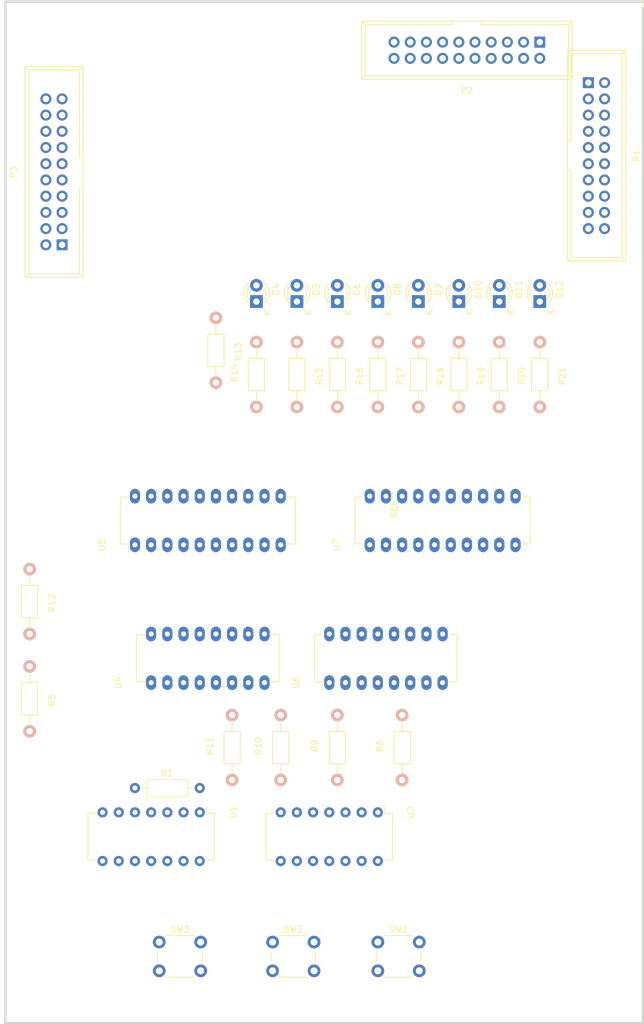
<source format=kicad_pcb>
(kicad_pcb (version 20170123) (host pcbnew no-vcs-found-ecdfa40~58~ubuntu16.04.1)

  (general
    (links 143)
    (no_connects 143)
    (area 49.8425 56.7 151.190301 217.540181)
    (thickness 1.6)
    (drawings 0)
    (tracks 0)
    (zones 0)
    (modules 37)
    (nets 72)
  )

  (page A4 portrait)
  (layers
    (0 F.Cu signal)
    (31 B.Cu signal)
    (32 B.Adhes user)
    (33 F.Adhes user)
    (34 B.Paste user)
    (35 F.Paste user)
    (36 B.SilkS user)
    (37 F.SilkS user)
    (38 B.Mask user)
    (39 F.Mask user)
    (40 Dwgs.User user)
    (41 Cmts.User user)
    (42 Eco1.User user)
    (43 Eco2.User user)
    (44 Edge.Cuts user)
    (45 Margin user)
    (46 B.CrtYd user)
    (47 F.CrtYd user)
    (48 B.Fab user)
    (49 F.Fab user)
  )

  (setup
    (last_trace_width 0.25)
    (trace_clearance 0.2)
    (zone_clearance 0.508)
    (zone_45_only no)
    (trace_min 0.2)
    (segment_width 0.2)
    (edge_width 0.15)
    (via_size 0.6)
    (via_drill 0.4)
    (via_min_size 0.4)
    (via_min_drill 0.3)
    (uvia_size 0.3)
    (uvia_drill 0.1)
    (uvias_allowed no)
    (uvia_min_size 0.2)
    (uvia_min_drill 0.1)
    (pcb_text_width 0.3)
    (pcb_text_size 1.5 1.5)
    (mod_edge_width 0.15)
    (mod_text_size 1 1)
    (mod_text_width 0.15)
    (pad_size 1.524 1.524)
    (pad_drill 0.762)
    (pad_to_mask_clearance 0.2)
    (aux_axis_origin 146.05 62.23)
    (visible_elements FFFFFF7F)
    (pcbplotparams
      (layerselection 0x00030_80000001)
      (usegerberextensions false)
      (excludeedgelayer true)
      (linewidth 0.100000)
      (plotframeref false)
      (viasonmask false)
      (mode 1)
      (useauxorigin false)
      (hpglpennumber 1)
      (hpglpenspeed 20)
      (hpglpendiameter 15)
      (psnegative false)
      (psa4output false)
      (plotreference true)
      (plotvalue true)
      (plotinvisibletext false)
      (padsonsilk false)
      (subtractmaskfromsilk false)
      (outputformat 1)
      (mirror false)
      (drillshape 1)
      (scaleselection 1)
      (outputdirectory ""))
  )

  (net 0 "")
  (net 1 "Net-(D4-Pad1)")
  (net 2 VCC)
  (net 3 "Net-(D5-Pad1)")
  (net 4 "Net-(D6-Pad1)")
  (net 5 "Net-(D8-Pad1)")
  (net 6 "Net-(D9-Pad1)")
  (net 7 "Net-(D10-Pad1)")
  (net 8 "Net-(D11-Pad1)")
  (net 9 "Net-(D12-Pad1)")
  (net 10 "Net-(P1-Pad1)")
  (net 11 /a0)
  (net 12 /a1)
  (net 13 /a2)
  (net 14 /a3)
  (net 15 /a4)
  (net 16 /a5)
  (net 17 /a6)
  (net 18 /a7)
  (net 19 "Net-(P3-Pad1)")
  (net 20 up)
  (net 21 down)
  (net 22 "Net-(D3-Pad1)")
  (net 23 GND)
  (net 24 "Net-(R10-Pad1)")
  (net 25 "Net-(D1-Pad2)")
  (net 26 "Net-(R11-Pad1)")
  (net 27 "Net-(D2-Pad2)")
  (net 28 CLR)
  (net 29 "Net-(R12-Pad2)")
  (net 30 "Net-(R13-Pad2)")
  (net 31 "Net-(R14-Pad1)")
  (net 32 "Net-(D7-Pad2)")
  (net 33 "Net-(R15-Pad2)")
  (net 34 "Net-(R16-Pad2)")
  (net 35 "Net-(R17-Pad2)")
  (net 36 "Net-(R18-Pad2)")
  (net 37 "Net-(R19-Pad2)")
  (net 38 "Net-(R20-Pad2)")
  (net 39 "Net-(R21-Pad2)")
  (net 40 "Net-(R1-Pad2)")
  (net 41 "Net-(R4-Pad2)")
  (net 42 "Net-(U4-Pad1)")
  (net 43 "Net-(U4-Pad2)")
  (net 44 "Net-(U4-Pad3)")
  (net 45 "Net-(U2-Pad3)")
  (net 46 "Net-(U4-Pad6)")
  (net 47 "Net-(U4-Pad7)")
  (net 48 "Net-(U4-Pad9)")
  (net 49 "Net-(U4-Pad10)")
  (net 50 load)
  (net 51 "Net-(U4-Pad12)")
  (net 52 "Net-(U4-Pad13)")
  (net 53 "Net-(U4-Pad15)")
  (net 54 "Net-(U3-Pad11)")
  (net 55 "Net-(U5-Pad6)")
  (net 56 "Net-(U5-Pad7)")
  (net 57 "Net-(U5-Pad8)")
  (net 58 "Net-(U5-Pad9)")
  (net 59 "Net-(U5-Pad11)")
  (net 60 "Net-(U5-Pad12)")
  (net 61 "Net-(U5-Pad13)")
  (net 62 "Net-(U5-Pad14)")
  (net 63 "Net-(U6-Pad12)")
  (net 64 "Net-(U6-Pad13)")
  (net 65 "Net-(U1-Pad13)")
  (net 66 "Net-(U1-Pad11)")
  (net 67 "Net-(R3-Pad1)")
  (net 68 "Net-(U1-Pad2)")
  (net 69 "Net-(R2-Pad2)")
  (net 70 "Net-(U1-Pad3)")
  (net 71 "Net-(U2-Pad11)")

  (net_class Default "This is the default net class."
    (clearance 0.2)
    (trace_width 0.25)
    (via_dia 0.6)
    (via_drill 0.4)
    (uvia_dia 0.3)
    (uvia_drill 0.1)
    (add_net /a0)
    (add_net /a1)
    (add_net /a2)
    (add_net /a3)
    (add_net /a4)
    (add_net /a5)
    (add_net /a6)
    (add_net /a7)
    (add_net CLR)
    (add_net GND)
    (add_net "Net-(D1-Pad2)")
    (add_net "Net-(D10-Pad1)")
    (add_net "Net-(D11-Pad1)")
    (add_net "Net-(D12-Pad1)")
    (add_net "Net-(D2-Pad2)")
    (add_net "Net-(D3-Pad1)")
    (add_net "Net-(D4-Pad1)")
    (add_net "Net-(D5-Pad1)")
    (add_net "Net-(D6-Pad1)")
    (add_net "Net-(D7-Pad2)")
    (add_net "Net-(D8-Pad1)")
    (add_net "Net-(D9-Pad1)")
    (add_net "Net-(P1-Pad1)")
    (add_net "Net-(P3-Pad1)")
    (add_net "Net-(R1-Pad2)")
    (add_net "Net-(R10-Pad1)")
    (add_net "Net-(R11-Pad1)")
    (add_net "Net-(R12-Pad2)")
    (add_net "Net-(R13-Pad2)")
    (add_net "Net-(R14-Pad1)")
    (add_net "Net-(R15-Pad2)")
    (add_net "Net-(R16-Pad2)")
    (add_net "Net-(R17-Pad2)")
    (add_net "Net-(R18-Pad2)")
    (add_net "Net-(R19-Pad2)")
    (add_net "Net-(R2-Pad2)")
    (add_net "Net-(R20-Pad2)")
    (add_net "Net-(R21-Pad2)")
    (add_net "Net-(R3-Pad1)")
    (add_net "Net-(R4-Pad2)")
    (add_net "Net-(U1-Pad11)")
    (add_net "Net-(U1-Pad13)")
    (add_net "Net-(U1-Pad2)")
    (add_net "Net-(U1-Pad3)")
    (add_net "Net-(U2-Pad11)")
    (add_net "Net-(U2-Pad3)")
    (add_net "Net-(U3-Pad11)")
    (add_net "Net-(U4-Pad1)")
    (add_net "Net-(U4-Pad10)")
    (add_net "Net-(U4-Pad12)")
    (add_net "Net-(U4-Pad13)")
    (add_net "Net-(U4-Pad15)")
    (add_net "Net-(U4-Pad2)")
    (add_net "Net-(U4-Pad3)")
    (add_net "Net-(U4-Pad6)")
    (add_net "Net-(U4-Pad7)")
    (add_net "Net-(U4-Pad9)")
    (add_net "Net-(U5-Pad11)")
    (add_net "Net-(U5-Pad12)")
    (add_net "Net-(U5-Pad13)")
    (add_net "Net-(U5-Pad14)")
    (add_net "Net-(U5-Pad6)")
    (add_net "Net-(U5-Pad7)")
    (add_net "Net-(U5-Pad8)")
    (add_net "Net-(U5-Pad9)")
    (add_net "Net-(U6-Pad12)")
    (add_net "Net-(U6-Pad13)")
    (add_net VCC)
    (add_net down)
    (add_net load)
    (add_net up)
  )

  (module LEDs:LED-3MM (layer F.Cu) (tedit 559B82F6) (tstamp 5845958C)
    (at 90.17 104.14 90)
    (descr "LED 3mm round vertical")
    (tags "LED  3mm round vertical")
    (path /57E93FFA)
    (fp_text reference D4 (at 1.91 3.06 90) (layer F.SilkS)
      (effects (font (size 1 1) (thickness 0.15)))
    )
    (fp_text value LED (at 1.3 -2.9 90) (layer F.Fab)
      (effects (font (size 1 1) (thickness 0.15)))
    )
    (fp_line (start -1.2 2.3) (end 3.8 2.3) (layer F.CrtYd) (width 0.05))
    (fp_line (start 3.8 2.3) (end 3.8 -2.2) (layer F.CrtYd) (width 0.05))
    (fp_line (start 3.8 -2.2) (end -1.2 -2.2) (layer F.CrtYd) (width 0.05))
    (fp_line (start -1.2 -2.2) (end -1.2 2.3) (layer F.CrtYd) (width 0.05))
    (fp_line (start -0.199 1.314) (end -0.199 1.114) (layer F.SilkS) (width 0.15))
    (fp_line (start -0.199 -1.28) (end -0.199 -1.1) (layer F.SilkS) (width 0.15))
    (fp_arc (start 1.301 0.034) (end -0.199 -1.286) (angle 108.5) (layer F.SilkS) (width 0.15))
    (fp_arc (start 1.301 0.034) (end 0.25 -1.1) (angle 85.7) (layer F.SilkS) (width 0.15))
    (fp_arc (start 1.311 0.034) (end 3.051 0.994) (angle 110) (layer F.SilkS) (width 0.15))
    (fp_arc (start 1.301 0.034) (end 2.335 1.094) (angle 87.5) (layer F.SilkS) (width 0.15))
    (fp_text user K (at -1.69 1.74 90) (layer F.SilkS)
      (effects (font (size 1 1) (thickness 0.15)))
    )
    (pad 1 thru_hole rect (at 0 0 180) (size 2 2) (drill 1.00076) (layers *.Cu *.Mask)
      (net 1 "Net-(D4-Pad1)"))
    (pad 2 thru_hole circle (at 2.54 0 90) (size 2 2) (drill 1.00076) (layers *.Cu *.Mask)
      (net 2 VCC))
    (model LEDs.3dshapes/LED-3MM.wrl
      (at (xyz 0.05 0 0))
      (scale (xyz 1 1 1))
      (rotate (xyz 0 0 90))
    )
  )

  (module LEDs:LED-3MM (layer F.Cu) (tedit 559B82F6) (tstamp 5845959D)
    (at 96.52 104.14 90)
    (descr "LED 3mm round vertical")
    (tags "LED  3mm round vertical")
    (path /57E93FCF)
    (fp_text reference D5 (at 1.91 3.06 90) (layer F.SilkS)
      (effects (font (size 1 1) (thickness 0.15)))
    )
    (fp_text value LED (at 1.3 -2.9 90) (layer F.Fab)
      (effects (font (size 1 1) (thickness 0.15)))
    )
    (fp_line (start -1.2 2.3) (end 3.8 2.3) (layer F.CrtYd) (width 0.05))
    (fp_line (start 3.8 2.3) (end 3.8 -2.2) (layer F.CrtYd) (width 0.05))
    (fp_line (start 3.8 -2.2) (end -1.2 -2.2) (layer F.CrtYd) (width 0.05))
    (fp_line (start -1.2 -2.2) (end -1.2 2.3) (layer F.CrtYd) (width 0.05))
    (fp_line (start -0.199 1.314) (end -0.199 1.114) (layer F.SilkS) (width 0.15))
    (fp_line (start -0.199 -1.28) (end -0.199 -1.1) (layer F.SilkS) (width 0.15))
    (fp_arc (start 1.301 0.034) (end -0.199 -1.286) (angle 108.5) (layer F.SilkS) (width 0.15))
    (fp_arc (start 1.301 0.034) (end 0.25 -1.1) (angle 85.7) (layer F.SilkS) (width 0.15))
    (fp_arc (start 1.311 0.034) (end 3.051 0.994) (angle 110) (layer F.SilkS) (width 0.15))
    (fp_arc (start 1.301 0.034) (end 2.335 1.094) (angle 87.5) (layer F.SilkS) (width 0.15))
    (fp_text user K (at -1.69 1.74 90) (layer F.SilkS)
      (effects (font (size 1 1) (thickness 0.15)))
    )
    (pad 1 thru_hole rect (at 0 0 180) (size 2 2) (drill 1.00076) (layers *.Cu *.Mask)
      (net 3 "Net-(D5-Pad1)"))
    (pad 2 thru_hole circle (at 2.54 0 90) (size 2 2) (drill 1.00076) (layers *.Cu *.Mask)
      (net 2 VCC))
    (model LEDs.3dshapes/LED-3MM.wrl
      (at (xyz 0.05 0 0))
      (scale (xyz 1 1 1))
      (rotate (xyz 0 0 90))
    )
  )

  (module LEDs:LED-3MM (layer F.Cu) (tedit 559B82F6) (tstamp 584595AE)
    (at 102.87 104.14 90)
    (descr "LED 3mm round vertical")
    (tags "LED  3mm round vertical")
    (path /57E93FA3)
    (fp_text reference D6 (at 1.91 3.06 90) (layer F.SilkS)
      (effects (font (size 1 1) (thickness 0.15)))
    )
    (fp_text value LED (at 1.3 -2.9 90) (layer F.Fab)
      (effects (font (size 1 1) (thickness 0.15)))
    )
    (fp_line (start -1.2 2.3) (end 3.8 2.3) (layer F.CrtYd) (width 0.05))
    (fp_line (start 3.8 2.3) (end 3.8 -2.2) (layer F.CrtYd) (width 0.05))
    (fp_line (start 3.8 -2.2) (end -1.2 -2.2) (layer F.CrtYd) (width 0.05))
    (fp_line (start -1.2 -2.2) (end -1.2 2.3) (layer F.CrtYd) (width 0.05))
    (fp_line (start -0.199 1.314) (end -0.199 1.114) (layer F.SilkS) (width 0.15))
    (fp_line (start -0.199 -1.28) (end -0.199 -1.1) (layer F.SilkS) (width 0.15))
    (fp_arc (start 1.301 0.034) (end -0.199 -1.286) (angle 108.5) (layer F.SilkS) (width 0.15))
    (fp_arc (start 1.301 0.034) (end 0.25 -1.1) (angle 85.7) (layer F.SilkS) (width 0.15))
    (fp_arc (start 1.311 0.034) (end 3.051 0.994) (angle 110) (layer F.SilkS) (width 0.15))
    (fp_arc (start 1.301 0.034) (end 2.335 1.094) (angle 87.5) (layer F.SilkS) (width 0.15))
    (fp_text user K (at -1.69 1.74 90) (layer F.SilkS)
      (effects (font (size 1 1) (thickness 0.15)))
    )
    (pad 1 thru_hole rect (at 0 0 180) (size 2 2) (drill 1.00076) (layers *.Cu *.Mask)
      (net 4 "Net-(D6-Pad1)"))
    (pad 2 thru_hole circle (at 2.54 0 90) (size 2 2) (drill 1.00076) (layers *.Cu *.Mask)
      (net 2 VCC))
    (model LEDs.3dshapes/LED-3MM.wrl
      (at (xyz 0.05 0 0))
      (scale (xyz 1 1 1))
      (rotate (xyz 0 0 90))
    )
  )

  (module LEDs:LED-3MM (layer F.Cu) (tedit 559B82F6) (tstamp 584595BF)
    (at 109.22 104.14 90)
    (descr "LED 3mm round vertical")
    (tags "LED  3mm round vertical")
    (path /57E93F7E)
    (fp_text reference D8 (at 1.91 3.06 90) (layer F.SilkS)
      (effects (font (size 1 1) (thickness 0.15)))
    )
    (fp_text value LED (at 1.3 -2.9 90) (layer F.Fab)
      (effects (font (size 1 1) (thickness 0.15)))
    )
    (fp_line (start -1.2 2.3) (end 3.8 2.3) (layer F.CrtYd) (width 0.05))
    (fp_line (start 3.8 2.3) (end 3.8 -2.2) (layer F.CrtYd) (width 0.05))
    (fp_line (start 3.8 -2.2) (end -1.2 -2.2) (layer F.CrtYd) (width 0.05))
    (fp_line (start -1.2 -2.2) (end -1.2 2.3) (layer F.CrtYd) (width 0.05))
    (fp_line (start -0.199 1.314) (end -0.199 1.114) (layer F.SilkS) (width 0.15))
    (fp_line (start -0.199 -1.28) (end -0.199 -1.1) (layer F.SilkS) (width 0.15))
    (fp_arc (start 1.301 0.034) (end -0.199 -1.286) (angle 108.5) (layer F.SilkS) (width 0.15))
    (fp_arc (start 1.301 0.034) (end 0.25 -1.1) (angle 85.7) (layer F.SilkS) (width 0.15))
    (fp_arc (start 1.311 0.034) (end 3.051 0.994) (angle 110) (layer F.SilkS) (width 0.15))
    (fp_arc (start 1.301 0.034) (end 2.335 1.094) (angle 87.5) (layer F.SilkS) (width 0.15))
    (fp_text user K (at -1.69 1.74 90) (layer F.SilkS)
      (effects (font (size 1 1) (thickness 0.15)))
    )
    (pad 1 thru_hole rect (at 0 0 180) (size 2 2) (drill 1.00076) (layers *.Cu *.Mask)
      (net 5 "Net-(D8-Pad1)"))
    (pad 2 thru_hole circle (at 2.54 0 90) (size 2 2) (drill 1.00076) (layers *.Cu *.Mask)
      (net 2 VCC))
    (model LEDs.3dshapes/LED-3MM.wrl
      (at (xyz 0.05 0 0))
      (scale (xyz 1 1 1))
      (rotate (xyz 0 0 90))
    )
  )

  (module LEDs:LED-3MM (layer F.Cu) (tedit 559B82F6) (tstamp 584595D0)
    (at 115.57 104.14 90)
    (descr "LED 3mm round vertical")
    (tags "LED  3mm round vertical")
    (path /57E93F38)
    (fp_text reference D9 (at 1.91 3.06 90) (layer F.SilkS)
      (effects (font (size 1 1) (thickness 0.15)))
    )
    (fp_text value LED (at 1.3 -2.9 90) (layer F.Fab)
      (effects (font (size 1 1) (thickness 0.15)))
    )
    (fp_line (start -1.2 2.3) (end 3.8 2.3) (layer F.CrtYd) (width 0.05))
    (fp_line (start 3.8 2.3) (end 3.8 -2.2) (layer F.CrtYd) (width 0.05))
    (fp_line (start 3.8 -2.2) (end -1.2 -2.2) (layer F.CrtYd) (width 0.05))
    (fp_line (start -1.2 -2.2) (end -1.2 2.3) (layer F.CrtYd) (width 0.05))
    (fp_line (start -0.199 1.314) (end -0.199 1.114) (layer F.SilkS) (width 0.15))
    (fp_line (start -0.199 -1.28) (end -0.199 -1.1) (layer F.SilkS) (width 0.15))
    (fp_arc (start 1.301 0.034) (end -0.199 -1.286) (angle 108.5) (layer F.SilkS) (width 0.15))
    (fp_arc (start 1.301 0.034) (end 0.25 -1.1) (angle 85.7) (layer F.SilkS) (width 0.15))
    (fp_arc (start 1.311 0.034) (end 3.051 0.994) (angle 110) (layer F.SilkS) (width 0.15))
    (fp_arc (start 1.301 0.034) (end 2.335 1.094) (angle 87.5) (layer F.SilkS) (width 0.15))
    (fp_text user K (at -1.69 1.74 90) (layer F.SilkS)
      (effects (font (size 1 1) (thickness 0.15)))
    )
    (pad 1 thru_hole rect (at 0 0 180) (size 2 2) (drill 1.00076) (layers *.Cu *.Mask)
      (net 6 "Net-(D9-Pad1)"))
    (pad 2 thru_hole circle (at 2.54 0 90) (size 2 2) (drill 1.00076) (layers *.Cu *.Mask)
      (net 2 VCC))
    (model LEDs.3dshapes/LED-3MM.wrl
      (at (xyz 0.05 0 0))
      (scale (xyz 1 1 1))
      (rotate (xyz 0 0 90))
    )
  )

  (module LEDs:LED-3MM (layer F.Cu) (tedit 559B82F6) (tstamp 584595E1)
    (at 121.92 104.14 90)
    (descr "LED 3mm round vertical")
    (tags "LED  3mm round vertical")
    (path /57E93ED1)
    (fp_text reference D10 (at 1.91 3.06 90) (layer F.SilkS)
      (effects (font (size 1 1) (thickness 0.15)))
    )
    (fp_text value LED (at 1.3 -2.9 90) (layer F.Fab)
      (effects (font (size 1 1) (thickness 0.15)))
    )
    (fp_line (start -1.2 2.3) (end 3.8 2.3) (layer F.CrtYd) (width 0.05))
    (fp_line (start 3.8 2.3) (end 3.8 -2.2) (layer F.CrtYd) (width 0.05))
    (fp_line (start 3.8 -2.2) (end -1.2 -2.2) (layer F.CrtYd) (width 0.05))
    (fp_line (start -1.2 -2.2) (end -1.2 2.3) (layer F.CrtYd) (width 0.05))
    (fp_line (start -0.199 1.314) (end -0.199 1.114) (layer F.SilkS) (width 0.15))
    (fp_line (start -0.199 -1.28) (end -0.199 -1.1) (layer F.SilkS) (width 0.15))
    (fp_arc (start 1.301 0.034) (end -0.199 -1.286) (angle 108.5) (layer F.SilkS) (width 0.15))
    (fp_arc (start 1.301 0.034) (end 0.25 -1.1) (angle 85.7) (layer F.SilkS) (width 0.15))
    (fp_arc (start 1.311 0.034) (end 3.051 0.994) (angle 110) (layer F.SilkS) (width 0.15))
    (fp_arc (start 1.301 0.034) (end 2.335 1.094) (angle 87.5) (layer F.SilkS) (width 0.15))
    (fp_text user K (at -1.69 1.74 90) (layer F.SilkS)
      (effects (font (size 1 1) (thickness 0.15)))
    )
    (pad 1 thru_hole rect (at 0 0 180) (size 2 2) (drill 1.00076) (layers *.Cu *.Mask)
      (net 7 "Net-(D10-Pad1)"))
    (pad 2 thru_hole circle (at 2.54 0 90) (size 2 2) (drill 1.00076) (layers *.Cu *.Mask)
      (net 2 VCC))
    (model LEDs.3dshapes/LED-3MM.wrl
      (at (xyz 0.05 0 0))
      (scale (xyz 1 1 1))
      (rotate (xyz 0 0 90))
    )
  )

  (module LEDs:LED-3MM (layer F.Cu) (tedit 559B82F6) (tstamp 584595F2)
    (at 128.27 104.14 90)
    (descr "LED 3mm round vertical")
    (tags "LED  3mm round vertical")
    (path /57E93CED)
    (fp_text reference D11 (at 1.91 3.06 90) (layer F.SilkS)
      (effects (font (size 1 1) (thickness 0.15)))
    )
    (fp_text value LED (at 1.3 -2.9 90) (layer F.Fab)
      (effects (font (size 1 1) (thickness 0.15)))
    )
    (fp_line (start -1.2 2.3) (end 3.8 2.3) (layer F.CrtYd) (width 0.05))
    (fp_line (start 3.8 2.3) (end 3.8 -2.2) (layer F.CrtYd) (width 0.05))
    (fp_line (start 3.8 -2.2) (end -1.2 -2.2) (layer F.CrtYd) (width 0.05))
    (fp_line (start -1.2 -2.2) (end -1.2 2.3) (layer F.CrtYd) (width 0.05))
    (fp_line (start -0.199 1.314) (end -0.199 1.114) (layer F.SilkS) (width 0.15))
    (fp_line (start -0.199 -1.28) (end -0.199 -1.1) (layer F.SilkS) (width 0.15))
    (fp_arc (start 1.301 0.034) (end -0.199 -1.286) (angle 108.5) (layer F.SilkS) (width 0.15))
    (fp_arc (start 1.301 0.034) (end 0.25 -1.1) (angle 85.7) (layer F.SilkS) (width 0.15))
    (fp_arc (start 1.311 0.034) (end 3.051 0.994) (angle 110) (layer F.SilkS) (width 0.15))
    (fp_arc (start 1.301 0.034) (end 2.335 1.094) (angle 87.5) (layer F.SilkS) (width 0.15))
    (fp_text user K (at -1.69 1.74 90) (layer F.SilkS)
      (effects (font (size 1 1) (thickness 0.15)))
    )
    (pad 1 thru_hole rect (at 0 0 180) (size 2 2) (drill 1.00076) (layers *.Cu *.Mask)
      (net 8 "Net-(D11-Pad1)"))
    (pad 2 thru_hole circle (at 2.54 0 90) (size 2 2) (drill 1.00076) (layers *.Cu *.Mask)
      (net 2 VCC))
    (model LEDs.3dshapes/LED-3MM.wrl
      (at (xyz 0.05 0 0))
      (scale (xyz 1 1 1))
      (rotate (xyz 0 0 90))
    )
  )

  (module LEDs:LED-3MM (layer F.Cu) (tedit 559B82F6) (tstamp 58459603)
    (at 134.62 104.14 90)
    (descr "LED 3mm round vertical")
    (tags "LED  3mm round vertical")
    (path /57E93BF0)
    (fp_text reference D12 (at 1.91 3.06 90) (layer F.SilkS)
      (effects (font (size 1 1) (thickness 0.15)))
    )
    (fp_text value LED (at 1.3 -2.9 90) (layer F.Fab)
      (effects (font (size 1 1) (thickness 0.15)))
    )
    (fp_line (start -1.2 2.3) (end 3.8 2.3) (layer F.CrtYd) (width 0.05))
    (fp_line (start 3.8 2.3) (end 3.8 -2.2) (layer F.CrtYd) (width 0.05))
    (fp_line (start 3.8 -2.2) (end -1.2 -2.2) (layer F.CrtYd) (width 0.05))
    (fp_line (start -1.2 -2.2) (end -1.2 2.3) (layer F.CrtYd) (width 0.05))
    (fp_line (start -0.199 1.314) (end -0.199 1.114) (layer F.SilkS) (width 0.15))
    (fp_line (start -0.199 -1.28) (end -0.199 -1.1) (layer F.SilkS) (width 0.15))
    (fp_arc (start 1.301 0.034) (end -0.199 -1.286) (angle 108.5) (layer F.SilkS) (width 0.15))
    (fp_arc (start 1.301 0.034) (end 0.25 -1.1) (angle 85.7) (layer F.SilkS) (width 0.15))
    (fp_arc (start 1.311 0.034) (end 3.051 0.994) (angle 110) (layer F.SilkS) (width 0.15))
    (fp_arc (start 1.301 0.034) (end 2.335 1.094) (angle 87.5) (layer F.SilkS) (width 0.15))
    (fp_text user K (at -1.69 1.74 90) (layer F.SilkS)
      (effects (font (size 1 1) (thickness 0.15)))
    )
    (pad 1 thru_hole rect (at 0 0 180) (size 2 2) (drill 1.00076) (layers *.Cu *.Mask)
      (net 9 "Net-(D12-Pad1)"))
    (pad 2 thru_hole circle (at 2.54 0 90) (size 2 2) (drill 1.00076) (layers *.Cu *.Mask)
      (net 2 VCC))
    (model LEDs.3dshapes/LED-3MM.wrl
      (at (xyz 0.05 0 0))
      (scale (xyz 1 1 1))
      (rotate (xyz 0 0 90))
    )
  )

  (module Connect:IDC_Header_Straight_20pins (layer F.Cu) (tedit 0) (tstamp 5845962E)
    (at 142.24 69.85 270)
    (descr "20 pins through hole IDC header")
    (tags "IDC header socket VASCH")
    (path /58057A43)
    (fp_text reference P1 (at 11.43 -7.62 270) (layer F.SilkS)
      (effects (font (size 1 1) (thickness 0.15)))
    )
    (fp_text value CONN_02X10 (at 11.43 5.223 270) (layer F.Fab)
      (effects (font (size 1 1) (thickness 0.15)))
    )
    (fp_line (start -5.08 -5.82) (end 27.94 -5.82) (layer F.SilkS) (width 0.15))
    (fp_line (start -4.54 -5.27) (end 27.38 -5.27) (layer F.SilkS) (width 0.15))
    (fp_line (start -5.08 3.28) (end 27.94 3.28) (layer F.SilkS) (width 0.15))
    (fp_line (start -4.54 2.73) (end 9.18 2.73) (layer F.SilkS) (width 0.15))
    (fp_line (start 13.68 2.73) (end 27.38 2.73) (layer F.SilkS) (width 0.15))
    (fp_line (start 9.18 2.73) (end 9.18 3.28) (layer F.SilkS) (width 0.15))
    (fp_line (start 13.68 2.73) (end 13.68 3.28) (layer F.SilkS) (width 0.15))
    (fp_line (start -5.08 -5.82) (end -5.08 3.28) (layer F.SilkS) (width 0.15))
    (fp_line (start -4.54 -5.27) (end -4.54 2.73) (layer F.SilkS) (width 0.15))
    (fp_line (start 27.94 -5.82) (end 27.94 3.28) (layer F.SilkS) (width 0.15))
    (fp_line (start 27.38 -5.27) (end 27.38 2.73) (layer F.SilkS) (width 0.15))
    (fp_line (start -5.08 -5.82) (end -4.54 -5.27) (layer F.SilkS) (width 0.15))
    (fp_line (start 27.94 -5.82) (end 27.38 -5.27) (layer F.SilkS) (width 0.15))
    (fp_line (start -5.08 3.28) (end -4.54 2.73) (layer F.SilkS) (width 0.15))
    (fp_line (start 27.94 3.28) (end 27.38 2.73) (layer F.SilkS) (width 0.15))
    (fp_line (start -5.35 -6.05) (end 28.2 -6.05) (layer F.CrtYd) (width 0.05))
    (fp_line (start 28.2 -6.05) (end 28.2 3.55) (layer F.CrtYd) (width 0.05))
    (fp_line (start 28.2 3.55) (end -5.35 3.55) (layer F.CrtYd) (width 0.05))
    (fp_line (start -5.35 3.55) (end -5.35 -6.05) (layer F.CrtYd) (width 0.05))
    (pad 1 thru_hole rect (at 0 0 270) (size 1.7272 1.7272) (drill 1.016) (layers *.Cu *.Mask)
      (net 10 "Net-(P1-Pad1)"))
    (pad 2 thru_hole oval (at 0 -2.54 270) (size 1.7272 1.7272) (drill 1.016) (layers *.Cu *.Mask)
      (net 10 "Net-(P1-Pad1)"))
    (pad 3 thru_hole oval (at 2.54 0 270) (size 1.7272 1.7272) (drill 1.016) (layers *.Cu *.Mask)
      (net 10 "Net-(P1-Pad1)"))
    (pad 4 thru_hole oval (at 2.54 -2.54 270) (size 1.7272 1.7272) (drill 1.016) (layers *.Cu *.Mask)
      (net 11 /a0))
    (pad 5 thru_hole oval (at 5.08 0 270) (size 1.7272 1.7272) (drill 1.016) (layers *.Cu *.Mask)
      (net 10 "Net-(P1-Pad1)"))
    (pad 6 thru_hole oval (at 5.08 -2.54 270) (size 1.7272 1.7272) (drill 1.016) (layers *.Cu *.Mask)
      (net 12 /a1))
    (pad 7 thru_hole oval (at 7.62 0 270) (size 1.7272 1.7272) (drill 1.016) (layers *.Cu *.Mask)
      (net 10 "Net-(P1-Pad1)"))
    (pad 8 thru_hole oval (at 7.62 -2.54 270) (size 1.7272 1.7272) (drill 1.016) (layers *.Cu *.Mask)
      (net 13 /a2))
    (pad 9 thru_hole oval (at 10.16 0 270) (size 1.7272 1.7272) (drill 1.016) (layers *.Cu *.Mask)
      (net 10 "Net-(P1-Pad1)"))
    (pad 10 thru_hole oval (at 10.16 -2.54 270) (size 1.7272 1.7272) (drill 1.016) (layers *.Cu *.Mask)
      (net 14 /a3))
    (pad 11 thru_hole oval (at 12.7 0 270) (size 1.7272 1.7272) (drill 1.016) (layers *.Cu *.Mask)
      (net 10 "Net-(P1-Pad1)"))
    (pad 12 thru_hole oval (at 12.7 -2.54 270) (size 1.7272 1.7272) (drill 1.016) (layers *.Cu *.Mask)
      (net 15 /a4))
    (pad 13 thru_hole oval (at 15.24 0 270) (size 1.7272 1.7272) (drill 1.016) (layers *.Cu *.Mask)
      (net 10 "Net-(P1-Pad1)"))
    (pad 14 thru_hole oval (at 15.24 -2.54 270) (size 1.7272 1.7272) (drill 1.016) (layers *.Cu *.Mask)
      (net 16 /a5))
    (pad 15 thru_hole oval (at 17.78 0 270) (size 1.7272 1.7272) (drill 1.016) (layers *.Cu *.Mask)
      (net 10 "Net-(P1-Pad1)"))
    (pad 16 thru_hole oval (at 17.78 -2.54 270) (size 1.7272 1.7272) (drill 1.016) (layers *.Cu *.Mask)
      (net 17 /a6))
    (pad 17 thru_hole oval (at 20.32 0 270) (size 1.7272 1.7272) (drill 1.016) (layers *.Cu *.Mask)
      (net 10 "Net-(P1-Pad1)"))
    (pad 18 thru_hole oval (at 20.32 -2.54 270) (size 1.7272 1.7272) (drill 1.016) (layers *.Cu *.Mask)
      (net 18 /a7))
    (pad 19 thru_hole oval (at 22.86 0 270) (size 1.7272 1.7272) (drill 1.016) (layers *.Cu *.Mask)
      (net 10 "Net-(P1-Pad1)"))
    (pad 20 thru_hole oval (at 22.86 -2.54 270) (size 1.7272 1.7272) (drill 1.016) (layers *.Cu *.Mask)
      (net 10 "Net-(P1-Pad1)"))
  )

  (module Connect:IDC_Header_Straight_20pins (layer F.Cu) (tedit 0) (tstamp 58459659)
    (at 134.62 63.5 180)
    (descr "20 pins through hole IDC header")
    (tags "IDC header socket VASCH")
    (path /5805867B)
    (fp_text reference P2 (at 11.43 -7.62 180) (layer F.SilkS)
      (effects (font (size 1 1) (thickness 0.15)))
    )
    (fp_text value CONN_02X10 (at 11.43 5.223 180) (layer F.Fab)
      (effects (font (size 1 1) (thickness 0.15)))
    )
    (fp_line (start -5.08 -5.82) (end 27.94 -5.82) (layer F.SilkS) (width 0.15))
    (fp_line (start -4.54 -5.27) (end 27.38 -5.27) (layer F.SilkS) (width 0.15))
    (fp_line (start -5.08 3.28) (end 27.94 3.28) (layer F.SilkS) (width 0.15))
    (fp_line (start -4.54 2.73) (end 9.18 2.73) (layer F.SilkS) (width 0.15))
    (fp_line (start 13.68 2.73) (end 27.38 2.73) (layer F.SilkS) (width 0.15))
    (fp_line (start 9.18 2.73) (end 9.18 3.28) (layer F.SilkS) (width 0.15))
    (fp_line (start 13.68 2.73) (end 13.68 3.28) (layer F.SilkS) (width 0.15))
    (fp_line (start -5.08 -5.82) (end -5.08 3.28) (layer F.SilkS) (width 0.15))
    (fp_line (start -4.54 -5.27) (end -4.54 2.73) (layer F.SilkS) (width 0.15))
    (fp_line (start 27.94 -5.82) (end 27.94 3.28) (layer F.SilkS) (width 0.15))
    (fp_line (start 27.38 -5.27) (end 27.38 2.73) (layer F.SilkS) (width 0.15))
    (fp_line (start -5.08 -5.82) (end -4.54 -5.27) (layer F.SilkS) (width 0.15))
    (fp_line (start 27.94 -5.82) (end 27.38 -5.27) (layer F.SilkS) (width 0.15))
    (fp_line (start -5.08 3.28) (end -4.54 2.73) (layer F.SilkS) (width 0.15))
    (fp_line (start 27.94 3.28) (end 27.38 2.73) (layer F.SilkS) (width 0.15))
    (fp_line (start -5.35 -6.05) (end 28.2 -6.05) (layer F.CrtYd) (width 0.05))
    (fp_line (start 28.2 -6.05) (end 28.2 3.55) (layer F.CrtYd) (width 0.05))
    (fp_line (start 28.2 3.55) (end -5.35 3.55) (layer F.CrtYd) (width 0.05))
    (fp_line (start -5.35 3.55) (end -5.35 -6.05) (layer F.CrtYd) (width 0.05))
    (pad 1 thru_hole rect (at 0 0 180) (size 1.7272 1.7272) (drill 1.016) (layers *.Cu *.Mask)
      (net 10 "Net-(P1-Pad1)"))
    (pad 2 thru_hole oval (at 0 -2.54 180) (size 1.7272 1.7272) (drill 1.016) (layers *.Cu *.Mask)
      (net 10 "Net-(P1-Pad1)"))
    (pad 3 thru_hole oval (at 2.54 0 180) (size 1.7272 1.7272) (drill 1.016) (layers *.Cu *.Mask)
      (net 10 "Net-(P1-Pad1)"))
    (pad 4 thru_hole oval (at 2.54 -2.54 180) (size 1.7272 1.7272) (drill 1.016) (layers *.Cu *.Mask)
      (net 11 /a0))
    (pad 5 thru_hole oval (at 5.08 0 180) (size 1.7272 1.7272) (drill 1.016) (layers *.Cu *.Mask)
      (net 10 "Net-(P1-Pad1)"))
    (pad 6 thru_hole oval (at 5.08 -2.54 180) (size 1.7272 1.7272) (drill 1.016) (layers *.Cu *.Mask)
      (net 12 /a1))
    (pad 7 thru_hole oval (at 7.62 0 180) (size 1.7272 1.7272) (drill 1.016) (layers *.Cu *.Mask)
      (net 10 "Net-(P1-Pad1)"))
    (pad 8 thru_hole oval (at 7.62 -2.54 180) (size 1.7272 1.7272) (drill 1.016) (layers *.Cu *.Mask)
      (net 13 /a2))
    (pad 9 thru_hole oval (at 10.16 0 180) (size 1.7272 1.7272) (drill 1.016) (layers *.Cu *.Mask)
      (net 10 "Net-(P1-Pad1)"))
    (pad 10 thru_hole oval (at 10.16 -2.54 180) (size 1.7272 1.7272) (drill 1.016) (layers *.Cu *.Mask)
      (net 14 /a3))
    (pad 11 thru_hole oval (at 12.7 0 180) (size 1.7272 1.7272) (drill 1.016) (layers *.Cu *.Mask)
      (net 10 "Net-(P1-Pad1)"))
    (pad 12 thru_hole oval (at 12.7 -2.54 180) (size 1.7272 1.7272) (drill 1.016) (layers *.Cu *.Mask)
      (net 15 /a4))
    (pad 13 thru_hole oval (at 15.24 0 180) (size 1.7272 1.7272) (drill 1.016) (layers *.Cu *.Mask)
      (net 10 "Net-(P1-Pad1)"))
    (pad 14 thru_hole oval (at 15.24 -2.54 180) (size 1.7272 1.7272) (drill 1.016) (layers *.Cu *.Mask)
      (net 16 /a5))
    (pad 15 thru_hole oval (at 17.78 0 180) (size 1.7272 1.7272) (drill 1.016) (layers *.Cu *.Mask)
      (net 10 "Net-(P1-Pad1)"))
    (pad 16 thru_hole oval (at 17.78 -2.54 180) (size 1.7272 1.7272) (drill 1.016) (layers *.Cu *.Mask)
      (net 17 /a6))
    (pad 17 thru_hole oval (at 20.32 0 180) (size 1.7272 1.7272) (drill 1.016) (layers *.Cu *.Mask)
      (net 10 "Net-(P1-Pad1)"))
    (pad 18 thru_hole oval (at 20.32 -2.54 180) (size 1.7272 1.7272) (drill 1.016) (layers *.Cu *.Mask)
      (net 18 /a7))
    (pad 19 thru_hole oval (at 22.86 0 180) (size 1.7272 1.7272) (drill 1.016) (layers *.Cu *.Mask)
      (net 10 "Net-(P1-Pad1)"))
    (pad 20 thru_hole oval (at 22.86 -2.54 180) (size 1.7272 1.7272) (drill 1.016) (layers *.Cu *.Mask)
      (net 10 "Net-(P1-Pad1)"))
  )

  (module Connect:IDC_Header_Straight_20pins (layer F.Cu) (tedit 0) (tstamp 58459684)
    (at 59.69 95.25 90)
    (descr "20 pins through hole IDC header")
    (tags "IDC header socket VASCH")
    (path /58058F42)
    (fp_text reference P3 (at 11.43 -7.62 90) (layer F.SilkS)
      (effects (font (size 1 1) (thickness 0.15)))
    )
    (fp_text value CONN_02X10 (at 11.43 5.223 90) (layer F.Fab)
      (effects (font (size 1 1) (thickness 0.15)))
    )
    (fp_line (start -5.08 -5.82) (end 27.94 -5.82) (layer F.SilkS) (width 0.15))
    (fp_line (start -4.54 -5.27) (end 27.38 -5.27) (layer F.SilkS) (width 0.15))
    (fp_line (start -5.08 3.28) (end 27.94 3.28) (layer F.SilkS) (width 0.15))
    (fp_line (start -4.54 2.73) (end 9.18 2.73) (layer F.SilkS) (width 0.15))
    (fp_line (start 13.68 2.73) (end 27.38 2.73) (layer F.SilkS) (width 0.15))
    (fp_line (start 9.18 2.73) (end 9.18 3.28) (layer F.SilkS) (width 0.15))
    (fp_line (start 13.68 2.73) (end 13.68 3.28) (layer F.SilkS) (width 0.15))
    (fp_line (start -5.08 -5.82) (end -5.08 3.28) (layer F.SilkS) (width 0.15))
    (fp_line (start -4.54 -5.27) (end -4.54 2.73) (layer F.SilkS) (width 0.15))
    (fp_line (start 27.94 -5.82) (end 27.94 3.28) (layer F.SilkS) (width 0.15))
    (fp_line (start 27.38 -5.27) (end 27.38 2.73) (layer F.SilkS) (width 0.15))
    (fp_line (start -5.08 -5.82) (end -4.54 -5.27) (layer F.SilkS) (width 0.15))
    (fp_line (start 27.94 -5.82) (end 27.38 -5.27) (layer F.SilkS) (width 0.15))
    (fp_line (start -5.08 3.28) (end -4.54 2.73) (layer F.SilkS) (width 0.15))
    (fp_line (start 27.94 3.28) (end 27.38 2.73) (layer F.SilkS) (width 0.15))
    (fp_line (start -5.35 -6.05) (end 28.2 -6.05) (layer F.CrtYd) (width 0.05))
    (fp_line (start 28.2 -6.05) (end 28.2 3.55) (layer F.CrtYd) (width 0.05))
    (fp_line (start 28.2 3.55) (end -5.35 3.55) (layer F.CrtYd) (width 0.05))
    (fp_line (start -5.35 3.55) (end -5.35 -6.05) (layer F.CrtYd) (width 0.05))
    (pad 1 thru_hole rect (at 0 0 90) (size 1.7272 1.7272) (drill 1.016) (layers *.Cu *.Mask)
      (net 19 "Net-(P3-Pad1)"))
    (pad 2 thru_hole oval (at 0 -2.54 90) (size 1.7272 1.7272) (drill 1.016) (layers *.Cu *.Mask)
      (net 19 "Net-(P3-Pad1)"))
    (pad 3 thru_hole oval (at 2.54 0 90) (size 1.7272 1.7272) (drill 1.016) (layers *.Cu *.Mask)
      (net 19 "Net-(P3-Pad1)"))
    (pad 4 thru_hole oval (at 2.54 -2.54 90) (size 1.7272 1.7272) (drill 1.016) (layers *.Cu *.Mask)
      (net 11 /a0))
    (pad 5 thru_hole oval (at 5.08 0 90) (size 1.7272 1.7272) (drill 1.016) (layers *.Cu *.Mask)
      (net 19 "Net-(P3-Pad1)"))
    (pad 6 thru_hole oval (at 5.08 -2.54 90) (size 1.7272 1.7272) (drill 1.016) (layers *.Cu *.Mask)
      (net 12 /a1))
    (pad 7 thru_hole oval (at 7.62 0 90) (size 1.7272 1.7272) (drill 1.016) (layers *.Cu *.Mask)
      (net 19 "Net-(P3-Pad1)"))
    (pad 8 thru_hole oval (at 7.62 -2.54 90) (size 1.7272 1.7272) (drill 1.016) (layers *.Cu *.Mask)
      (net 13 /a2))
    (pad 9 thru_hole oval (at 10.16 0 90) (size 1.7272 1.7272) (drill 1.016) (layers *.Cu *.Mask)
      (net 19 "Net-(P3-Pad1)"))
    (pad 10 thru_hole oval (at 10.16 -2.54 90) (size 1.7272 1.7272) (drill 1.016) (layers *.Cu *.Mask)
      (net 14 /a3))
    (pad 11 thru_hole oval (at 12.7 0 90) (size 1.7272 1.7272) (drill 1.016) (layers *.Cu *.Mask)
      (net 19 "Net-(P3-Pad1)"))
    (pad 12 thru_hole oval (at 12.7 -2.54 90) (size 1.7272 1.7272) (drill 1.016) (layers *.Cu *.Mask)
      (net 15 /a4))
    (pad 13 thru_hole oval (at 15.24 0 90) (size 1.7272 1.7272) (drill 1.016) (layers *.Cu *.Mask)
      (net 19 "Net-(P3-Pad1)"))
    (pad 14 thru_hole oval (at 15.24 -2.54 90) (size 1.7272 1.7272) (drill 1.016) (layers *.Cu *.Mask)
      (net 16 /a5))
    (pad 15 thru_hole oval (at 17.78 0 90) (size 1.7272 1.7272) (drill 1.016) (layers *.Cu *.Mask)
      (net 19 "Net-(P3-Pad1)"))
    (pad 16 thru_hole oval (at 17.78 -2.54 90) (size 1.7272 1.7272) (drill 1.016) (layers *.Cu *.Mask)
      (net 17 /a6))
    (pad 17 thru_hole oval (at 20.32 0 90) (size 1.7272 1.7272) (drill 1.016) (layers *.Cu *.Mask)
      (net 19 "Net-(P3-Pad1)"))
    (pad 18 thru_hole oval (at 20.32 -2.54 90) (size 1.7272 1.7272) (drill 1.016) (layers *.Cu *.Mask)
      (net 18 /a7))
    (pad 19 thru_hole oval (at 22.86 0 90) (size 1.7272 1.7272) (drill 1.016) (layers *.Cu *.Mask)
      (net 19 "Net-(P3-Pad1)"))
    (pad 20 thru_hole oval (at 22.86 -2.54 90) (size 1.7272 1.7272) (drill 1.016) (layers *.Cu *.Mask)
      (net 19 "Net-(P3-Pad1)"))
  )

  (module Resistors_ThroughHole:Resistor_Horizontal_RM10mm (layer F.Cu) (tedit 56648415) (tstamp 58459694)
    (at 54.61 161.29 270)
    (descr "Resistor, Axial,  RM 10mm, 1/3W")
    (tags "Resistor Axial RM 10mm 1/3W")
    (path /58107A43)
    (fp_text reference R5 (at 5.32892 -3.50012 270) (layer F.SilkS)
      (effects (font (size 1 1) (thickness 0.15)))
    )
    (fp_text value R (at 5.08 3.81 270) (layer F.Fab)
      (effects (font (size 1 1) (thickness 0.15)))
    )
    (fp_line (start -1.25 -1.5) (end 11.4 -1.5) (layer F.CrtYd) (width 0.05))
    (fp_line (start -1.25 1.5) (end -1.25 -1.5) (layer F.CrtYd) (width 0.05))
    (fp_line (start 11.4 -1.5) (end 11.4 1.5) (layer F.CrtYd) (width 0.05))
    (fp_line (start -1.25 1.5) (end 11.4 1.5) (layer F.CrtYd) (width 0.05))
    (fp_line (start 2.54 -1.27) (end 7.62 -1.27) (layer F.SilkS) (width 0.15))
    (fp_line (start 7.62 -1.27) (end 7.62 1.27) (layer F.SilkS) (width 0.15))
    (fp_line (start 7.62 1.27) (end 2.54 1.27) (layer F.SilkS) (width 0.15))
    (fp_line (start 2.54 1.27) (end 2.54 -1.27) (layer F.SilkS) (width 0.15))
    (fp_line (start 2.54 0) (end 1.27 0) (layer F.SilkS) (width 0.15))
    (fp_line (start 7.62 0) (end 8.89 0) (layer F.SilkS) (width 0.15))
    (pad 1 thru_hole circle (at 0 0 270) (size 1.99898 1.99898) (drill 1.00076) (layers *.Cu *.SilkS *.Mask)
      (net 2 VCC))
    (pad 2 thru_hole circle (at 10.16 0 270) (size 1.99898 1.99898) (drill 1.00076) (layers *.Cu *.SilkS *.Mask)
      (net 20 up))
    (model Resistors_ThroughHole.3dshapes/Resistor_Horizontal_RM10mm.wrl
      (at (xyz 0.2 0 0))
      (scale (xyz 0.4 0.4 0.4))
      (rotate (xyz 0 0 0))
    )
  )

  (module Resistors_ThroughHole:Resistor_Horizontal_RM10mm (layer F.Cu) (tedit 56648415) (tstamp 584596A4)
    (at 113.03 179.07 90)
    (descr "Resistor, Axial,  RM 10mm, 1/3W")
    (tags "Resistor Axial RM 10mm 1/3W")
    (path /58107FAF)
    (fp_text reference R6 (at 5.32892 -3.50012 90) (layer F.SilkS)
      (effects (font (size 1 1) (thickness 0.15)))
    )
    (fp_text value R (at 5.08 3.81 90) (layer F.Fab)
      (effects (font (size 1 1) (thickness 0.15)))
    )
    (fp_line (start -1.25 -1.5) (end 11.4 -1.5) (layer F.CrtYd) (width 0.05))
    (fp_line (start -1.25 1.5) (end -1.25 -1.5) (layer F.CrtYd) (width 0.05))
    (fp_line (start 11.4 -1.5) (end 11.4 1.5) (layer F.CrtYd) (width 0.05))
    (fp_line (start -1.25 1.5) (end 11.4 1.5) (layer F.CrtYd) (width 0.05))
    (fp_line (start 2.54 -1.27) (end 7.62 -1.27) (layer F.SilkS) (width 0.15))
    (fp_line (start 7.62 -1.27) (end 7.62 1.27) (layer F.SilkS) (width 0.15))
    (fp_line (start 7.62 1.27) (end 2.54 1.27) (layer F.SilkS) (width 0.15))
    (fp_line (start 2.54 1.27) (end 2.54 -1.27) (layer F.SilkS) (width 0.15))
    (fp_line (start 2.54 0) (end 1.27 0) (layer F.SilkS) (width 0.15))
    (fp_line (start 7.62 0) (end 8.89 0) (layer F.SilkS) (width 0.15))
    (pad 1 thru_hole circle (at 0 0 90) (size 1.99898 1.99898) (drill 1.00076) (layers *.Cu *.SilkS *.Mask)
      (net 2 VCC))
    (pad 2 thru_hole circle (at 10.16 0 90) (size 1.99898 1.99898) (drill 1.00076) (layers *.Cu *.SilkS *.Mask)
      (net 21 down))
    (model Resistors_ThroughHole.3dshapes/Resistor_Horizontal_RM10mm.wrl
      (at (xyz 0.2 0 0))
      (scale (xyz 0.4 0.4 0.4))
      (rotate (xyz 0 0 0))
    )
  )

  (module Resistors_ThroughHole:Resistor_Horizontal_RM10mm (layer F.Cu) (tedit 56648415) (tstamp 584596B4)
    (at 102.87 179.07 90)
    (descr "Resistor, Axial,  RM 10mm, 1/3W")
    (tags "Resistor Axial RM 10mm 1/3W")
    (path /57F2FBEB)
    (fp_text reference R9 (at 5.32892 -3.50012 90) (layer F.SilkS)
      (effects (font (size 1 1) (thickness 0.15)))
    )
    (fp_text value R (at 5.08 3.81 90) (layer F.Fab)
      (effects (font (size 1 1) (thickness 0.15)))
    )
    (fp_line (start -1.25 -1.5) (end 11.4 -1.5) (layer F.CrtYd) (width 0.05))
    (fp_line (start -1.25 1.5) (end -1.25 -1.5) (layer F.CrtYd) (width 0.05))
    (fp_line (start 11.4 -1.5) (end 11.4 1.5) (layer F.CrtYd) (width 0.05))
    (fp_line (start -1.25 1.5) (end 11.4 1.5) (layer F.CrtYd) (width 0.05))
    (fp_line (start 2.54 -1.27) (end 7.62 -1.27) (layer F.SilkS) (width 0.15))
    (fp_line (start 7.62 -1.27) (end 7.62 1.27) (layer F.SilkS) (width 0.15))
    (fp_line (start 7.62 1.27) (end 2.54 1.27) (layer F.SilkS) (width 0.15))
    (fp_line (start 2.54 1.27) (end 2.54 -1.27) (layer F.SilkS) (width 0.15))
    (fp_line (start 2.54 0) (end 1.27 0) (layer F.SilkS) (width 0.15))
    (fp_line (start 7.62 0) (end 8.89 0) (layer F.SilkS) (width 0.15))
    (pad 1 thru_hole circle (at 0 0 90) (size 1.99898 1.99898) (drill 1.00076) (layers *.Cu *.SilkS *.Mask)
      (net 22 "Net-(D3-Pad1)"))
    (pad 2 thru_hole circle (at 10.16 0 90) (size 1.99898 1.99898) (drill 1.00076) (layers *.Cu *.SilkS *.Mask)
      (net 23 GND))
    (model Resistors_ThroughHole.3dshapes/Resistor_Horizontal_RM10mm.wrl
      (at (xyz 0.2 0 0))
      (scale (xyz 0.4 0.4 0.4))
      (rotate (xyz 0 0 0))
    )
  )

  (module Resistors_ThroughHole:Resistor_Horizontal_RM10mm (layer F.Cu) (tedit 56648415) (tstamp 584596C4)
    (at 93.98 179.07 90)
    (descr "Resistor, Axial,  RM 10mm, 1/3W")
    (tags "Resistor Axial RM 10mm 1/3W")
    (path /581018B2)
    (fp_text reference R10 (at 5.32892 -3.50012 90) (layer F.SilkS)
      (effects (font (size 1 1) (thickness 0.15)))
    )
    (fp_text value R (at 5.08 3.81 90) (layer F.Fab)
      (effects (font (size 1 1) (thickness 0.15)))
    )
    (fp_line (start -1.25 -1.5) (end 11.4 -1.5) (layer F.CrtYd) (width 0.05))
    (fp_line (start -1.25 1.5) (end -1.25 -1.5) (layer F.CrtYd) (width 0.05))
    (fp_line (start 11.4 -1.5) (end 11.4 1.5) (layer F.CrtYd) (width 0.05))
    (fp_line (start -1.25 1.5) (end 11.4 1.5) (layer F.CrtYd) (width 0.05))
    (fp_line (start 2.54 -1.27) (end 7.62 -1.27) (layer F.SilkS) (width 0.15))
    (fp_line (start 7.62 -1.27) (end 7.62 1.27) (layer F.SilkS) (width 0.15))
    (fp_line (start 7.62 1.27) (end 2.54 1.27) (layer F.SilkS) (width 0.15))
    (fp_line (start 2.54 1.27) (end 2.54 -1.27) (layer F.SilkS) (width 0.15))
    (fp_line (start 2.54 0) (end 1.27 0) (layer F.SilkS) (width 0.15))
    (fp_line (start 7.62 0) (end 8.89 0) (layer F.SilkS) (width 0.15))
    (pad 1 thru_hole circle (at 0 0 90) (size 1.99898 1.99898) (drill 1.00076) (layers *.Cu *.SilkS *.Mask)
      (net 24 "Net-(R10-Pad1)"))
    (pad 2 thru_hole circle (at 10.16 0 90) (size 1.99898 1.99898) (drill 1.00076) (layers *.Cu *.SilkS *.Mask)
      (net 25 "Net-(D1-Pad2)"))
    (model Resistors_ThroughHole.3dshapes/Resistor_Horizontal_RM10mm.wrl
      (at (xyz 0.2 0 0))
      (scale (xyz 0.4 0.4 0.4))
      (rotate (xyz 0 0 0))
    )
  )

  (module Resistors_ThroughHole:Resistor_Horizontal_RM10mm (layer F.Cu) (tedit 56648415) (tstamp 584596D4)
    (at 86.36 179.07 90)
    (descr "Resistor, Axial,  RM 10mm, 1/3W")
    (tags "Resistor Axial RM 10mm 1/3W")
    (path /5810516E)
    (fp_text reference R11 (at 5.32892 -3.50012 90) (layer F.SilkS)
      (effects (font (size 1 1) (thickness 0.15)))
    )
    (fp_text value R (at 5.08 3.81 90) (layer F.Fab)
      (effects (font (size 1 1) (thickness 0.15)))
    )
    (fp_line (start -1.25 -1.5) (end 11.4 -1.5) (layer F.CrtYd) (width 0.05))
    (fp_line (start -1.25 1.5) (end -1.25 -1.5) (layer F.CrtYd) (width 0.05))
    (fp_line (start 11.4 -1.5) (end 11.4 1.5) (layer F.CrtYd) (width 0.05))
    (fp_line (start -1.25 1.5) (end 11.4 1.5) (layer F.CrtYd) (width 0.05))
    (fp_line (start 2.54 -1.27) (end 7.62 -1.27) (layer F.SilkS) (width 0.15))
    (fp_line (start 7.62 -1.27) (end 7.62 1.27) (layer F.SilkS) (width 0.15))
    (fp_line (start 7.62 1.27) (end 2.54 1.27) (layer F.SilkS) (width 0.15))
    (fp_line (start 2.54 1.27) (end 2.54 -1.27) (layer F.SilkS) (width 0.15))
    (fp_line (start 2.54 0) (end 1.27 0) (layer F.SilkS) (width 0.15))
    (fp_line (start 7.62 0) (end 8.89 0) (layer F.SilkS) (width 0.15))
    (pad 1 thru_hole circle (at 0 0 90) (size 1.99898 1.99898) (drill 1.00076) (layers *.Cu *.SilkS *.Mask)
      (net 26 "Net-(R11-Pad1)"))
    (pad 2 thru_hole circle (at 10.16 0 90) (size 1.99898 1.99898) (drill 1.00076) (layers *.Cu *.SilkS *.Mask)
      (net 27 "Net-(D2-Pad2)"))
    (model Resistors_ThroughHole.3dshapes/Resistor_Horizontal_RM10mm.wrl
      (at (xyz 0.2 0 0))
      (scale (xyz 0.4 0.4 0.4))
      (rotate (xyz 0 0 0))
    )
  )

  (module Resistors_ThroughHole:Resistor_Horizontal_RM10mm (layer F.Cu) (tedit 56648415) (tstamp 584596E4)
    (at 54.61 146.05 270)
    (descr "Resistor, Axial,  RM 10mm, 1/3W")
    (tags "Resistor Axial RM 10mm 1/3W")
    (path /57FC1E29)
    (fp_text reference R12 (at 5.32892 -3.50012 270) (layer F.SilkS)
      (effects (font (size 1 1) (thickness 0.15)))
    )
    (fp_text value R (at 5.08 3.81 270) (layer F.Fab)
      (effects (font (size 1 1) (thickness 0.15)))
    )
    (fp_line (start -1.25 -1.5) (end 11.4 -1.5) (layer F.CrtYd) (width 0.05))
    (fp_line (start -1.25 1.5) (end -1.25 -1.5) (layer F.CrtYd) (width 0.05))
    (fp_line (start 11.4 -1.5) (end 11.4 1.5) (layer F.CrtYd) (width 0.05))
    (fp_line (start -1.25 1.5) (end 11.4 1.5) (layer F.CrtYd) (width 0.05))
    (fp_line (start 2.54 -1.27) (end 7.62 -1.27) (layer F.SilkS) (width 0.15))
    (fp_line (start 7.62 -1.27) (end 7.62 1.27) (layer F.SilkS) (width 0.15))
    (fp_line (start 7.62 1.27) (end 2.54 1.27) (layer F.SilkS) (width 0.15))
    (fp_line (start 2.54 1.27) (end 2.54 -1.27) (layer F.SilkS) (width 0.15))
    (fp_line (start 2.54 0) (end 1.27 0) (layer F.SilkS) (width 0.15))
    (fp_line (start 7.62 0) (end 8.89 0) (layer F.SilkS) (width 0.15))
    (pad 1 thru_hole circle (at 0 0 270) (size 1.99898 1.99898) (drill 1.00076) (layers *.Cu *.SilkS *.Mask)
      (net 28 CLR))
    (pad 2 thru_hole circle (at 10.16 0 270) (size 1.99898 1.99898) (drill 1.00076) (layers *.Cu *.SilkS *.Mask)
      (net 29 "Net-(R12-Pad2)"))
    (model Resistors_ThroughHole.3dshapes/Resistor_Horizontal_RM10mm.wrl
      (at (xyz 0.2 0 0))
      (scale (xyz 0.4 0.4 0.4))
      (rotate (xyz 0 0 0))
    )
  )

  (module Resistors_ThroughHole:Resistor_Horizontal_RM10mm (layer F.Cu) (tedit 56648415) (tstamp 584596F4)
    (at 83.82 106.68 270)
    (descr "Resistor, Axial,  RM 10mm, 1/3W")
    (tags "Resistor Axial RM 10mm 1/3W")
    (path /57E94162)
    (fp_text reference R13 (at 5.32892 -3.50012 270) (layer F.SilkS)
      (effects (font (size 1 1) (thickness 0.15)))
    )
    (fp_text value R (at 5.08 3.81 270) (layer F.Fab)
      (effects (font (size 1 1) (thickness 0.15)))
    )
    (fp_line (start -1.25 -1.5) (end 11.4 -1.5) (layer F.CrtYd) (width 0.05))
    (fp_line (start -1.25 1.5) (end -1.25 -1.5) (layer F.CrtYd) (width 0.05))
    (fp_line (start 11.4 -1.5) (end 11.4 1.5) (layer F.CrtYd) (width 0.05))
    (fp_line (start -1.25 1.5) (end 11.4 1.5) (layer F.CrtYd) (width 0.05))
    (fp_line (start 2.54 -1.27) (end 7.62 -1.27) (layer F.SilkS) (width 0.15))
    (fp_line (start 7.62 -1.27) (end 7.62 1.27) (layer F.SilkS) (width 0.15))
    (fp_line (start 7.62 1.27) (end 2.54 1.27) (layer F.SilkS) (width 0.15))
    (fp_line (start 2.54 1.27) (end 2.54 -1.27) (layer F.SilkS) (width 0.15))
    (fp_line (start 2.54 0) (end 1.27 0) (layer F.SilkS) (width 0.15))
    (fp_line (start 7.62 0) (end 8.89 0) (layer F.SilkS) (width 0.15))
    (pad 1 thru_hole circle (at 0 0 270) (size 1.99898 1.99898) (drill 1.00076) (layers *.Cu *.SilkS *.Mask)
      (net 1 "Net-(D4-Pad1)"))
    (pad 2 thru_hole circle (at 10.16 0 270) (size 1.99898 1.99898) (drill 1.00076) (layers *.Cu *.SilkS *.Mask)
      (net 30 "Net-(R13-Pad2)"))
    (model Resistors_ThroughHole.3dshapes/Resistor_Horizontal_RM10mm.wrl
      (at (xyz 0.2 0 0))
      (scale (xyz 0.4 0.4 0.4))
      (rotate (xyz 0 0 0))
    )
  )

  (module Resistors_ThroughHole:Resistor_Horizontal_RM10mm (layer F.Cu) (tedit 56648415) (tstamp 58459704)
    (at 90.17 120.65 90)
    (descr "Resistor, Axial,  RM 10mm, 1/3W")
    (tags "Resistor Axial RM 10mm 1/3W")
    (path /57E98213)
    (fp_text reference R14 (at 5.32892 -3.50012 90) (layer F.SilkS)
      (effects (font (size 1 1) (thickness 0.15)))
    )
    (fp_text value R (at 5.08 3.81 90) (layer F.Fab)
      (effects (font (size 1 1) (thickness 0.15)))
    )
    (fp_line (start -1.25 -1.5) (end 11.4 -1.5) (layer F.CrtYd) (width 0.05))
    (fp_line (start -1.25 1.5) (end -1.25 -1.5) (layer F.CrtYd) (width 0.05))
    (fp_line (start 11.4 -1.5) (end 11.4 1.5) (layer F.CrtYd) (width 0.05))
    (fp_line (start -1.25 1.5) (end 11.4 1.5) (layer F.CrtYd) (width 0.05))
    (fp_line (start 2.54 -1.27) (end 7.62 -1.27) (layer F.SilkS) (width 0.15))
    (fp_line (start 7.62 -1.27) (end 7.62 1.27) (layer F.SilkS) (width 0.15))
    (fp_line (start 7.62 1.27) (end 2.54 1.27) (layer F.SilkS) (width 0.15))
    (fp_line (start 2.54 1.27) (end 2.54 -1.27) (layer F.SilkS) (width 0.15))
    (fp_line (start 2.54 0) (end 1.27 0) (layer F.SilkS) (width 0.15))
    (fp_line (start 7.62 0) (end 8.89 0) (layer F.SilkS) (width 0.15))
    (pad 1 thru_hole circle (at 0 0 90) (size 1.99898 1.99898) (drill 1.00076) (layers *.Cu *.SilkS *.Mask)
      (net 31 "Net-(R14-Pad1)"))
    (pad 2 thru_hole circle (at 10.16 0 90) (size 1.99898 1.99898) (drill 1.00076) (layers *.Cu *.SilkS *.Mask)
      (net 32 "Net-(D7-Pad2)"))
    (model Resistors_ThroughHole.3dshapes/Resistor_Horizontal_RM10mm.wrl
      (at (xyz 0.2 0 0))
      (scale (xyz 0.4 0.4 0.4))
      (rotate (xyz 0 0 0))
    )
  )

  (module Resistors_ThroughHole:Resistor_Horizontal_RM10mm (layer F.Cu) (tedit 56648415) (tstamp 58459714)
    (at 96.52 110.49 270)
    (descr "Resistor, Axial,  RM 10mm, 1/3W")
    (tags "Resistor Axial RM 10mm 1/3W")
    (path /57E942DE)
    (fp_text reference R15 (at 5.32892 -3.50012 270) (layer F.SilkS)
      (effects (font (size 1 1) (thickness 0.15)))
    )
    (fp_text value R (at 5.08 3.81 270) (layer F.Fab)
      (effects (font (size 1 1) (thickness 0.15)))
    )
    (fp_line (start -1.25 -1.5) (end 11.4 -1.5) (layer F.CrtYd) (width 0.05))
    (fp_line (start -1.25 1.5) (end -1.25 -1.5) (layer F.CrtYd) (width 0.05))
    (fp_line (start 11.4 -1.5) (end 11.4 1.5) (layer F.CrtYd) (width 0.05))
    (fp_line (start -1.25 1.5) (end 11.4 1.5) (layer F.CrtYd) (width 0.05))
    (fp_line (start 2.54 -1.27) (end 7.62 -1.27) (layer F.SilkS) (width 0.15))
    (fp_line (start 7.62 -1.27) (end 7.62 1.27) (layer F.SilkS) (width 0.15))
    (fp_line (start 7.62 1.27) (end 2.54 1.27) (layer F.SilkS) (width 0.15))
    (fp_line (start 2.54 1.27) (end 2.54 -1.27) (layer F.SilkS) (width 0.15))
    (fp_line (start 2.54 0) (end 1.27 0) (layer F.SilkS) (width 0.15))
    (fp_line (start 7.62 0) (end 8.89 0) (layer F.SilkS) (width 0.15))
    (pad 1 thru_hole circle (at 0 0 270) (size 1.99898 1.99898) (drill 1.00076) (layers *.Cu *.SilkS *.Mask)
      (net 3 "Net-(D5-Pad1)"))
    (pad 2 thru_hole circle (at 10.16 0 270) (size 1.99898 1.99898) (drill 1.00076) (layers *.Cu *.SilkS *.Mask)
      (net 33 "Net-(R15-Pad2)"))
    (model Resistors_ThroughHole.3dshapes/Resistor_Horizontal_RM10mm.wrl
      (at (xyz 0.2 0 0))
      (scale (xyz 0.4 0.4 0.4))
      (rotate (xyz 0 0 0))
    )
  )

  (module Resistors_ThroughHole:Resistor_Horizontal_RM10mm (layer F.Cu) (tedit 56648415) (tstamp 58459724)
    (at 102.87 110.49 270)
    (descr "Resistor, Axial,  RM 10mm, 1/3W")
    (tags "Resistor Axial RM 10mm 1/3W")
    (path /57E94316)
    (fp_text reference R16 (at 5.32892 -3.50012 270) (layer F.SilkS)
      (effects (font (size 1 1) (thickness 0.15)))
    )
    (fp_text value R (at 5.08 3.81 270) (layer F.Fab)
      (effects (font (size 1 1) (thickness 0.15)))
    )
    (fp_line (start -1.25 -1.5) (end 11.4 -1.5) (layer F.CrtYd) (width 0.05))
    (fp_line (start -1.25 1.5) (end -1.25 -1.5) (layer F.CrtYd) (width 0.05))
    (fp_line (start 11.4 -1.5) (end 11.4 1.5) (layer F.CrtYd) (width 0.05))
    (fp_line (start -1.25 1.5) (end 11.4 1.5) (layer F.CrtYd) (width 0.05))
    (fp_line (start 2.54 -1.27) (end 7.62 -1.27) (layer F.SilkS) (width 0.15))
    (fp_line (start 7.62 -1.27) (end 7.62 1.27) (layer F.SilkS) (width 0.15))
    (fp_line (start 7.62 1.27) (end 2.54 1.27) (layer F.SilkS) (width 0.15))
    (fp_line (start 2.54 1.27) (end 2.54 -1.27) (layer F.SilkS) (width 0.15))
    (fp_line (start 2.54 0) (end 1.27 0) (layer F.SilkS) (width 0.15))
    (fp_line (start 7.62 0) (end 8.89 0) (layer F.SilkS) (width 0.15))
    (pad 1 thru_hole circle (at 0 0 270) (size 1.99898 1.99898) (drill 1.00076) (layers *.Cu *.SilkS *.Mask)
      (net 4 "Net-(D6-Pad1)"))
    (pad 2 thru_hole circle (at 10.16 0 270) (size 1.99898 1.99898) (drill 1.00076) (layers *.Cu *.SilkS *.Mask)
      (net 34 "Net-(R16-Pad2)"))
    (model Resistors_ThroughHole.3dshapes/Resistor_Horizontal_RM10mm.wrl
      (at (xyz 0.2 0 0))
      (scale (xyz 0.4 0.4 0.4))
      (rotate (xyz 0 0 0))
    )
  )

  (module Resistors_ThroughHole:Resistor_Horizontal_RM10mm (layer F.Cu) (tedit 56648415) (tstamp 58459734)
    (at 109.22 110.49 270)
    (descr "Resistor, Axial,  RM 10mm, 1/3W")
    (tags "Resistor Axial RM 10mm 1/3W")
    (path /57E94362)
    (fp_text reference R17 (at 5.32892 -3.50012 270) (layer F.SilkS)
      (effects (font (size 1 1) (thickness 0.15)))
    )
    (fp_text value R (at 5.08 3.81 270) (layer F.Fab)
      (effects (font (size 1 1) (thickness 0.15)))
    )
    (fp_line (start -1.25 -1.5) (end 11.4 -1.5) (layer F.CrtYd) (width 0.05))
    (fp_line (start -1.25 1.5) (end -1.25 -1.5) (layer F.CrtYd) (width 0.05))
    (fp_line (start 11.4 -1.5) (end 11.4 1.5) (layer F.CrtYd) (width 0.05))
    (fp_line (start -1.25 1.5) (end 11.4 1.5) (layer F.CrtYd) (width 0.05))
    (fp_line (start 2.54 -1.27) (end 7.62 -1.27) (layer F.SilkS) (width 0.15))
    (fp_line (start 7.62 -1.27) (end 7.62 1.27) (layer F.SilkS) (width 0.15))
    (fp_line (start 7.62 1.27) (end 2.54 1.27) (layer F.SilkS) (width 0.15))
    (fp_line (start 2.54 1.27) (end 2.54 -1.27) (layer F.SilkS) (width 0.15))
    (fp_line (start 2.54 0) (end 1.27 0) (layer F.SilkS) (width 0.15))
    (fp_line (start 7.62 0) (end 8.89 0) (layer F.SilkS) (width 0.15))
    (pad 1 thru_hole circle (at 0 0 270) (size 1.99898 1.99898) (drill 1.00076) (layers *.Cu *.SilkS *.Mask)
      (net 5 "Net-(D8-Pad1)"))
    (pad 2 thru_hole circle (at 10.16 0 270) (size 1.99898 1.99898) (drill 1.00076) (layers *.Cu *.SilkS *.Mask)
      (net 35 "Net-(R17-Pad2)"))
    (model Resistors_ThroughHole.3dshapes/Resistor_Horizontal_RM10mm.wrl
      (at (xyz 0.2 0 0))
      (scale (xyz 0.4 0.4 0.4))
      (rotate (xyz 0 0 0))
    )
  )

  (module Resistors_ThroughHole:Resistor_Horizontal_RM10mm (layer F.Cu) (tedit 56648415) (tstamp 58459744)
    (at 115.57 110.49 270)
    (descr "Resistor, Axial,  RM 10mm, 1/3W")
    (tags "Resistor Axial RM 10mm 1/3W")
    (path /57E943BA)
    (fp_text reference R18 (at 5.32892 -3.50012 270) (layer F.SilkS)
      (effects (font (size 1 1) (thickness 0.15)))
    )
    (fp_text value R (at 5.08 3.81 270) (layer F.Fab)
      (effects (font (size 1 1) (thickness 0.15)))
    )
    (fp_line (start -1.25 -1.5) (end 11.4 -1.5) (layer F.CrtYd) (width 0.05))
    (fp_line (start -1.25 1.5) (end -1.25 -1.5) (layer F.CrtYd) (width 0.05))
    (fp_line (start 11.4 -1.5) (end 11.4 1.5) (layer F.CrtYd) (width 0.05))
    (fp_line (start -1.25 1.5) (end 11.4 1.5) (layer F.CrtYd) (width 0.05))
    (fp_line (start 2.54 -1.27) (end 7.62 -1.27) (layer F.SilkS) (width 0.15))
    (fp_line (start 7.62 -1.27) (end 7.62 1.27) (layer F.SilkS) (width 0.15))
    (fp_line (start 7.62 1.27) (end 2.54 1.27) (layer F.SilkS) (width 0.15))
    (fp_line (start 2.54 1.27) (end 2.54 -1.27) (layer F.SilkS) (width 0.15))
    (fp_line (start 2.54 0) (end 1.27 0) (layer F.SilkS) (width 0.15))
    (fp_line (start 7.62 0) (end 8.89 0) (layer F.SilkS) (width 0.15))
    (pad 1 thru_hole circle (at 0 0 270) (size 1.99898 1.99898) (drill 1.00076) (layers *.Cu *.SilkS *.Mask)
      (net 6 "Net-(D9-Pad1)"))
    (pad 2 thru_hole circle (at 10.16 0 270) (size 1.99898 1.99898) (drill 1.00076) (layers *.Cu *.SilkS *.Mask)
      (net 36 "Net-(R18-Pad2)"))
    (model Resistors_ThroughHole.3dshapes/Resistor_Horizontal_RM10mm.wrl
      (at (xyz 0.2 0 0))
      (scale (xyz 0.4 0.4 0.4))
      (rotate (xyz 0 0 0))
    )
  )

  (module Resistors_ThroughHole:Resistor_Horizontal_RM10mm (layer F.Cu) (tedit 56648415) (tstamp 58459754)
    (at 121.92 110.49 270)
    (descr "Resistor, Axial,  RM 10mm, 1/3W")
    (tags "Resistor Axial RM 10mm 1/3W")
    (path /57E94424)
    (fp_text reference R19 (at 5.32892 -3.50012 270) (layer F.SilkS)
      (effects (font (size 1 1) (thickness 0.15)))
    )
    (fp_text value R (at 5.08 3.81 270) (layer F.Fab)
      (effects (font (size 1 1) (thickness 0.15)))
    )
    (fp_line (start -1.25 -1.5) (end 11.4 -1.5) (layer F.CrtYd) (width 0.05))
    (fp_line (start -1.25 1.5) (end -1.25 -1.5) (layer F.CrtYd) (width 0.05))
    (fp_line (start 11.4 -1.5) (end 11.4 1.5) (layer F.CrtYd) (width 0.05))
    (fp_line (start -1.25 1.5) (end 11.4 1.5) (layer F.CrtYd) (width 0.05))
    (fp_line (start 2.54 -1.27) (end 7.62 -1.27) (layer F.SilkS) (width 0.15))
    (fp_line (start 7.62 -1.27) (end 7.62 1.27) (layer F.SilkS) (width 0.15))
    (fp_line (start 7.62 1.27) (end 2.54 1.27) (layer F.SilkS) (width 0.15))
    (fp_line (start 2.54 1.27) (end 2.54 -1.27) (layer F.SilkS) (width 0.15))
    (fp_line (start 2.54 0) (end 1.27 0) (layer F.SilkS) (width 0.15))
    (fp_line (start 7.62 0) (end 8.89 0) (layer F.SilkS) (width 0.15))
    (pad 1 thru_hole circle (at 0 0 270) (size 1.99898 1.99898) (drill 1.00076) (layers *.Cu *.SilkS *.Mask)
      (net 7 "Net-(D10-Pad1)"))
    (pad 2 thru_hole circle (at 10.16 0 270) (size 1.99898 1.99898) (drill 1.00076) (layers *.Cu *.SilkS *.Mask)
      (net 37 "Net-(R19-Pad2)"))
    (model Resistors_ThroughHole.3dshapes/Resistor_Horizontal_RM10mm.wrl
      (at (xyz 0.2 0 0))
      (scale (xyz 0.4 0.4 0.4))
      (rotate (xyz 0 0 0))
    )
  )

  (module Resistors_ThroughHole:Resistor_Horizontal_RM10mm (layer F.Cu) (tedit 56648415) (tstamp 58459764)
    (at 128.27 110.49 270)
    (descr "Resistor, Axial,  RM 10mm, 1/3W")
    (tags "Resistor Axial RM 10mm 1/3W")
    (path /57E94464)
    (fp_text reference R20 (at 5.32892 -3.50012 270) (layer F.SilkS)
      (effects (font (size 1 1) (thickness 0.15)))
    )
    (fp_text value R (at 5.08 3.81 270) (layer F.Fab)
      (effects (font (size 1 1) (thickness 0.15)))
    )
    (fp_line (start -1.25 -1.5) (end 11.4 -1.5) (layer F.CrtYd) (width 0.05))
    (fp_line (start -1.25 1.5) (end -1.25 -1.5) (layer F.CrtYd) (width 0.05))
    (fp_line (start 11.4 -1.5) (end 11.4 1.5) (layer F.CrtYd) (width 0.05))
    (fp_line (start -1.25 1.5) (end 11.4 1.5) (layer F.CrtYd) (width 0.05))
    (fp_line (start 2.54 -1.27) (end 7.62 -1.27) (layer F.SilkS) (width 0.15))
    (fp_line (start 7.62 -1.27) (end 7.62 1.27) (layer F.SilkS) (width 0.15))
    (fp_line (start 7.62 1.27) (end 2.54 1.27) (layer F.SilkS) (width 0.15))
    (fp_line (start 2.54 1.27) (end 2.54 -1.27) (layer F.SilkS) (width 0.15))
    (fp_line (start 2.54 0) (end 1.27 0) (layer F.SilkS) (width 0.15))
    (fp_line (start 7.62 0) (end 8.89 0) (layer F.SilkS) (width 0.15))
    (pad 1 thru_hole circle (at 0 0 270) (size 1.99898 1.99898) (drill 1.00076) (layers *.Cu *.SilkS *.Mask)
      (net 8 "Net-(D11-Pad1)"))
    (pad 2 thru_hole circle (at 10.16 0 270) (size 1.99898 1.99898) (drill 1.00076) (layers *.Cu *.SilkS *.Mask)
      (net 38 "Net-(R20-Pad2)"))
    (model Resistors_ThroughHole.3dshapes/Resistor_Horizontal_RM10mm.wrl
      (at (xyz 0.2 0 0))
      (scale (xyz 0.4 0.4 0.4))
      (rotate (xyz 0 0 0))
    )
  )

  (module Resistors_ThroughHole:Resistor_Horizontal_RM10mm (layer F.Cu) (tedit 56648415) (tstamp 58459774)
    (at 134.62 110.49 270)
    (descr "Resistor, Axial,  RM 10mm, 1/3W")
    (tags "Resistor Axial RM 10mm 1/3W")
    (path /57E944B7)
    (fp_text reference R21 (at 5.32892 -3.50012 270) (layer F.SilkS)
      (effects (font (size 1 1) (thickness 0.15)))
    )
    (fp_text value R (at 5.08 3.81 270) (layer F.Fab)
      (effects (font (size 1 1) (thickness 0.15)))
    )
    (fp_line (start -1.25 -1.5) (end 11.4 -1.5) (layer F.CrtYd) (width 0.05))
    (fp_line (start -1.25 1.5) (end -1.25 -1.5) (layer F.CrtYd) (width 0.05))
    (fp_line (start 11.4 -1.5) (end 11.4 1.5) (layer F.CrtYd) (width 0.05))
    (fp_line (start -1.25 1.5) (end 11.4 1.5) (layer F.CrtYd) (width 0.05))
    (fp_line (start 2.54 -1.27) (end 7.62 -1.27) (layer F.SilkS) (width 0.15))
    (fp_line (start 7.62 -1.27) (end 7.62 1.27) (layer F.SilkS) (width 0.15))
    (fp_line (start 7.62 1.27) (end 2.54 1.27) (layer F.SilkS) (width 0.15))
    (fp_line (start 2.54 1.27) (end 2.54 -1.27) (layer F.SilkS) (width 0.15))
    (fp_line (start 2.54 0) (end 1.27 0) (layer F.SilkS) (width 0.15))
    (fp_line (start 7.62 0) (end 8.89 0) (layer F.SilkS) (width 0.15))
    (pad 1 thru_hole circle (at 0 0 270) (size 1.99898 1.99898) (drill 1.00076) (layers *.Cu *.SilkS *.Mask)
      (net 9 "Net-(D12-Pad1)"))
    (pad 2 thru_hole circle (at 10.16 0 270) (size 1.99898 1.99898) (drill 1.00076) (layers *.Cu *.SilkS *.Mask)
      (net 39 "Net-(R21-Pad2)"))
    (model Resistors_ThroughHole.3dshapes/Resistor_Horizontal_RM10mm.wrl
      (at (xyz 0.2 0 0))
      (scale (xyz 0.4 0.4 0.4))
      (rotate (xyz 0 0 0))
    )
  )

  (module Buttons_Switches_ThroughHole:SW_PUSH_6mm_h5mm (layer F.Cu) (tedit 58134DEE) (tstamp 58459792)
    (at 109.22 204.47)
    (descr "tactile push button, 6x6mm e.g. PHAP33xx series, height=5mm")
    (tags "tact sw push 6mm")
    (path /58100CBF)
    (fp_text reference SW1 (at 3.25 -2) (layer F.SilkS)
      (effects (font (size 1 1) (thickness 0.15)))
    )
    (fp_text value SWITCH_INV (at 3.75 6.7) (layer F.Fab)
      (effects (font (size 1 1) (thickness 0.15)))
    )
    (fp_line (start 3.25 -0.75) (end 6.25 -0.75) (layer F.Fab) (width 0.1))
    (fp_line (start 6.25 -0.75) (end 6.25 5.25) (layer F.Fab) (width 0.1))
    (fp_line (start 6.25 5.25) (end 0.25 5.25) (layer F.Fab) (width 0.1))
    (fp_line (start 0.25 5.25) (end 0.25 -0.75) (layer F.Fab) (width 0.1))
    (fp_line (start 0.25 -0.75) (end 3.25 -0.75) (layer F.Fab) (width 0.1))
    (fp_line (start 7.75 6) (end 8 6) (layer F.CrtYd) (width 0.05))
    (fp_line (start 8 6) (end 8 5.75) (layer F.CrtYd) (width 0.05))
    (fp_line (start 7.75 -1.5) (end 8 -1.5) (layer F.CrtYd) (width 0.05))
    (fp_line (start 8 -1.5) (end 8 -1.25) (layer F.CrtYd) (width 0.05))
    (fp_line (start -1.5 -1.25) (end -1.5 -1.5) (layer F.CrtYd) (width 0.05))
    (fp_line (start -1.5 -1.5) (end -1.25 -1.5) (layer F.CrtYd) (width 0.05))
    (fp_line (start -1.5 5.75) (end -1.5 6) (layer F.CrtYd) (width 0.05))
    (fp_line (start -1.5 6) (end -1.25 6) (layer F.CrtYd) (width 0.05))
    (fp_line (start -1.25 -1.5) (end 7.75 -1.5) (layer F.CrtYd) (width 0.05))
    (fp_line (start -1.5 5.75) (end -1.5 -1.25) (layer F.CrtYd) (width 0.05))
    (fp_line (start 7.75 6) (end -1.25 6) (layer F.CrtYd) (width 0.05))
    (fp_line (start 8 -1.25) (end 8 5.75) (layer F.CrtYd) (width 0.05))
    (fp_line (start 1 5.5) (end 5.5 5.5) (layer F.SilkS) (width 0.15))
    (fp_line (start -0.25 1.5) (end -0.25 3) (layer F.SilkS) (width 0.15))
    (fp_line (start 5.5 -1) (end 1 -1) (layer F.SilkS) (width 0.15))
    (fp_line (start 6.75 3) (end 6.75 1.5) (layer F.SilkS) (width 0.15))
    (fp_circle (center 3.25 2.25) (end 1.25 2.5) (layer F.Fab) (width 0.1))
    (pad 2 thru_hole circle (at 0 4.5 90) (size 2 2) (drill 1.1) (layers *.Cu *.Mask)
      (net 23 GND))
    (pad 1 thru_hole circle (at 0 0 90) (size 2 2) (drill 1.1) (layers *.Cu *.Mask)
      (net 40 "Net-(R1-Pad2)"))
    (pad 2 thru_hole circle (at 6.5 4.5 90) (size 2 2) (drill 1.1) (layers *.Cu *.Mask)
      (net 23 GND))
    (pad 1 thru_hole circle (at 6.5 0 90) (size 2 2) (drill 1.1) (layers *.Cu *.Mask)
      (net 40 "Net-(R1-Pad2)"))
    (model Buttons_Switches_ThroughHole.3dshapes/SW_PUSH_6mm_h5mm.wrl
      (at (xyz 0.005 0 0))
      (scale (xyz 0.3937 0.3937 0.3937))
      (rotate (xyz 0 0 0))
    )
  )

  (module Buttons_Switches_ThroughHole:SW_PUSH_6mm_h5mm (layer F.Cu) (tedit 58134DEE) (tstamp 584597B0)
    (at 92.71 204.47)
    (descr "tactile push button, 6x6mm e.g. PHAP33xx series, height=5mm")
    (tags "tact sw push 6mm")
    (path /58103EB5)
    (fp_text reference SW2 (at 3.25 -2) (layer F.SilkS)
      (effects (font (size 1 1) (thickness 0.15)))
    )
    (fp_text value SWITCH_INV (at 3.75 6.7) (layer F.Fab)
      (effects (font (size 1 1) (thickness 0.15)))
    )
    (fp_line (start 3.25 -0.75) (end 6.25 -0.75) (layer F.Fab) (width 0.1))
    (fp_line (start 6.25 -0.75) (end 6.25 5.25) (layer F.Fab) (width 0.1))
    (fp_line (start 6.25 5.25) (end 0.25 5.25) (layer F.Fab) (width 0.1))
    (fp_line (start 0.25 5.25) (end 0.25 -0.75) (layer F.Fab) (width 0.1))
    (fp_line (start 0.25 -0.75) (end 3.25 -0.75) (layer F.Fab) (width 0.1))
    (fp_line (start 7.75 6) (end 8 6) (layer F.CrtYd) (width 0.05))
    (fp_line (start 8 6) (end 8 5.75) (layer F.CrtYd) (width 0.05))
    (fp_line (start 7.75 -1.5) (end 8 -1.5) (layer F.CrtYd) (width 0.05))
    (fp_line (start 8 -1.5) (end 8 -1.25) (layer F.CrtYd) (width 0.05))
    (fp_line (start -1.5 -1.25) (end -1.5 -1.5) (layer F.CrtYd) (width 0.05))
    (fp_line (start -1.5 -1.5) (end -1.25 -1.5) (layer F.CrtYd) (width 0.05))
    (fp_line (start -1.5 5.75) (end -1.5 6) (layer F.CrtYd) (width 0.05))
    (fp_line (start -1.5 6) (end -1.25 6) (layer F.CrtYd) (width 0.05))
    (fp_line (start -1.25 -1.5) (end 7.75 -1.5) (layer F.CrtYd) (width 0.05))
    (fp_line (start -1.5 5.75) (end -1.5 -1.25) (layer F.CrtYd) (width 0.05))
    (fp_line (start 7.75 6) (end -1.25 6) (layer F.CrtYd) (width 0.05))
    (fp_line (start 8 -1.25) (end 8 5.75) (layer F.CrtYd) (width 0.05))
    (fp_line (start 1 5.5) (end 5.5 5.5) (layer F.SilkS) (width 0.15))
    (fp_line (start -0.25 1.5) (end -0.25 3) (layer F.SilkS) (width 0.15))
    (fp_line (start 5.5 -1) (end 1 -1) (layer F.SilkS) (width 0.15))
    (fp_line (start 6.75 3) (end 6.75 1.5) (layer F.SilkS) (width 0.15))
    (fp_circle (center 3.25 2.25) (end 1.25 2.5) (layer F.Fab) (width 0.1))
    (pad 2 thru_hole circle (at 0 4.5 90) (size 2 2) (drill 1.1) (layers *.Cu *.Mask)
      (net 23 GND))
    (pad 1 thru_hole circle (at 0 0 90) (size 2 2) (drill 1.1) (layers *.Cu *.Mask)
      (net 41 "Net-(R4-Pad2)"))
    (pad 2 thru_hole circle (at 6.5 4.5 90) (size 2 2) (drill 1.1) (layers *.Cu *.Mask)
      (net 23 GND))
    (pad 1 thru_hole circle (at 6.5 0 90) (size 2 2) (drill 1.1) (layers *.Cu *.Mask)
      (net 41 "Net-(R4-Pad2)"))
    (model Buttons_Switches_ThroughHole.3dshapes/SW_PUSH_6mm_h5mm.wrl
      (at (xyz 0.005 0 0))
      (scale (xyz 0.3937 0.3937 0.3937))
      (rotate (xyz 0 0 0))
    )
  )

  (module Buttons_Switches_ThroughHole:SW_PUSH_6mm_h5mm (layer F.Cu) (tedit 58134DEE) (tstamp 584597CE)
    (at 74.93 204.47)
    (descr "tactile push button, 6x6mm e.g. PHAP33xx series, height=5mm")
    (tags "tact sw push 6mm")
    (path /57FC34DF)
    (fp_text reference SW3 (at 3.25 -2) (layer F.SilkS)
      (effects (font (size 1 1) (thickness 0.15)))
    )
    (fp_text value SWITCH_INV (at 3.75 6.7) (layer F.Fab)
      (effects (font (size 1 1) (thickness 0.15)))
    )
    (fp_line (start 3.25 -0.75) (end 6.25 -0.75) (layer F.Fab) (width 0.1))
    (fp_line (start 6.25 -0.75) (end 6.25 5.25) (layer F.Fab) (width 0.1))
    (fp_line (start 6.25 5.25) (end 0.25 5.25) (layer F.Fab) (width 0.1))
    (fp_line (start 0.25 5.25) (end 0.25 -0.75) (layer F.Fab) (width 0.1))
    (fp_line (start 0.25 -0.75) (end 3.25 -0.75) (layer F.Fab) (width 0.1))
    (fp_line (start 7.75 6) (end 8 6) (layer F.CrtYd) (width 0.05))
    (fp_line (start 8 6) (end 8 5.75) (layer F.CrtYd) (width 0.05))
    (fp_line (start 7.75 -1.5) (end 8 -1.5) (layer F.CrtYd) (width 0.05))
    (fp_line (start 8 -1.5) (end 8 -1.25) (layer F.CrtYd) (width 0.05))
    (fp_line (start -1.5 -1.25) (end -1.5 -1.5) (layer F.CrtYd) (width 0.05))
    (fp_line (start -1.5 -1.5) (end -1.25 -1.5) (layer F.CrtYd) (width 0.05))
    (fp_line (start -1.5 5.75) (end -1.5 6) (layer F.CrtYd) (width 0.05))
    (fp_line (start -1.5 6) (end -1.25 6) (layer F.CrtYd) (width 0.05))
    (fp_line (start -1.25 -1.5) (end 7.75 -1.5) (layer F.CrtYd) (width 0.05))
    (fp_line (start -1.5 5.75) (end -1.5 -1.25) (layer F.CrtYd) (width 0.05))
    (fp_line (start 7.75 6) (end -1.25 6) (layer F.CrtYd) (width 0.05))
    (fp_line (start 8 -1.25) (end 8 5.75) (layer F.CrtYd) (width 0.05))
    (fp_line (start 1 5.5) (end 5.5 5.5) (layer F.SilkS) (width 0.15))
    (fp_line (start -0.25 1.5) (end -0.25 3) (layer F.SilkS) (width 0.15))
    (fp_line (start 5.5 -1) (end 1 -1) (layer F.SilkS) (width 0.15))
    (fp_line (start 6.75 3) (end 6.75 1.5) (layer F.SilkS) (width 0.15))
    (fp_circle (center 3.25 2.25) (end 1.25 2.5) (layer F.Fab) (width 0.1))
    (pad 2 thru_hole circle (at 0 4.5 90) (size 2 2) (drill 1.1) (layers *.Cu *.Mask)
      (net 29 "Net-(R12-Pad2)"))
    (pad 1 thru_hole circle (at 0 0 90) (size 2 2) (drill 1.1) (layers *.Cu *.Mask)
      (net 23 GND))
    (pad 2 thru_hole circle (at 6.5 4.5 90) (size 2 2) (drill 1.1) (layers *.Cu *.Mask)
      (net 29 "Net-(R12-Pad2)"))
    (pad 1 thru_hole circle (at 6.5 0 90) (size 2 2) (drill 1.1) (layers *.Cu *.Mask)
      (net 23 GND))
    (model Buttons_Switches_ThroughHole.3dshapes/SW_PUSH_6mm_h5mm.wrl
      (at (xyz 0.005 0 0))
      (scale (xyz 0.3937 0.3937 0.3937))
      (rotate (xyz 0 0 0))
    )
  )

  (module Housings_DIP:DIP-16_W7.62mm_LongPads (layer F.Cu) (tedit 54130A77) (tstamp 584597ED)
    (at 73.66 163.83 90)
    (descr "16-lead dip package, row spacing 7.62 mm (300 mils), longer pads")
    (tags "dil dip 2.54 300")
    (path /57E9530E)
    (fp_text reference U4 (at 0 -5.22 90) (layer F.SilkS)
      (effects (font (size 1 1) (thickness 0.15)))
    )
    (fp_text value 74LS193 (at 0 -3.72 90) (layer F.Fab)
      (effects (font (size 1 1) (thickness 0.15)))
    )
    (fp_line (start -1.4 -2.45) (end -1.4 20.25) (layer F.CrtYd) (width 0.05))
    (fp_line (start 9 -2.45) (end 9 20.25) (layer F.CrtYd) (width 0.05))
    (fp_line (start -1.4 -2.45) (end 9 -2.45) (layer F.CrtYd) (width 0.05))
    (fp_line (start -1.4 20.25) (end 9 20.25) (layer F.CrtYd) (width 0.05))
    (fp_line (start 0.135 -2.295) (end 0.135 -1.025) (layer F.SilkS) (width 0.15))
    (fp_line (start 7.485 -2.295) (end 7.485 -1.025) (layer F.SilkS) (width 0.15))
    (fp_line (start 7.485 20.075) (end 7.485 18.805) (layer F.SilkS) (width 0.15))
    (fp_line (start 0.135 20.075) (end 0.135 18.805) (layer F.SilkS) (width 0.15))
    (fp_line (start 0.135 -2.295) (end 7.485 -2.295) (layer F.SilkS) (width 0.15))
    (fp_line (start 0.135 20.075) (end 7.485 20.075) (layer F.SilkS) (width 0.15))
    (fp_line (start 0.135 -1.025) (end -1.15 -1.025) (layer F.SilkS) (width 0.15))
    (pad 1 thru_hole oval (at 0 0 90) (size 2.3 1.6) (drill 0.8) (layers *.Cu *.Mask)
      (net 42 "Net-(U4-Pad1)"))
    (pad 2 thru_hole oval (at 0 2.54 90) (size 2.3 1.6) (drill 0.8) (layers *.Cu *.Mask)
      (net 43 "Net-(U4-Pad2)"))
    (pad 3 thru_hole oval (at 0 5.08 90) (size 2.3 1.6) (drill 0.8) (layers *.Cu *.Mask)
      (net 44 "Net-(U4-Pad3)"))
    (pad 4 thru_hole oval (at 0 7.62 90) (size 2.3 1.6) (drill 0.8) (layers *.Cu *.Mask)
      (net 71 "Net-(U2-Pad11)"))
    (pad 5 thru_hole oval (at 0 10.16 90) (size 2.3 1.6) (drill 0.8) (layers *.Cu *.Mask)
      (net 45 "Net-(U2-Pad3)"))
    (pad 6 thru_hole oval (at 0 12.7 90) (size 2.3 1.6) (drill 0.8) (layers *.Cu *.Mask)
      (net 46 "Net-(U4-Pad6)"))
    (pad 7 thru_hole oval (at 0 15.24 90) (size 2.3 1.6) (drill 0.8) (layers *.Cu *.Mask)
      (net 47 "Net-(U4-Pad7)"))
    (pad 8 thru_hole oval (at 0 17.78 90) (size 2.3 1.6) (drill 0.8) (layers *.Cu *.Mask)
      (net 23 GND))
    (pad 9 thru_hole oval (at 7.62 17.78 90) (size 2.3 1.6) (drill 0.8) (layers *.Cu *.Mask)
      (net 48 "Net-(U4-Pad9)"))
    (pad 10 thru_hole oval (at 7.62 15.24 90) (size 2.3 1.6) (drill 0.8) (layers *.Cu *.Mask)
      (net 49 "Net-(U4-Pad10)"))
    (pad 11 thru_hole oval (at 7.62 12.7 90) (size 2.3 1.6) (drill 0.8) (layers *.Cu *.Mask)
      (net 50 load))
    (pad 12 thru_hole oval (at 7.62 10.16 90) (size 2.3 1.6) (drill 0.8) (layers *.Cu *.Mask)
      (net 51 "Net-(U4-Pad12)"))
    (pad 13 thru_hole oval (at 7.62 7.62 90) (size 2.3 1.6) (drill 0.8) (layers *.Cu *.Mask)
      (net 52 "Net-(U4-Pad13)"))
    (pad 14 thru_hole oval (at 7.62 5.08 90) (size 2.3 1.6) (drill 0.8) (layers *.Cu *.Mask)
      (net 28 CLR))
    (pad 15 thru_hole oval (at 7.62 2.54 90) (size 2.3 1.6) (drill 0.8) (layers *.Cu *.Mask)
      (net 53 "Net-(U4-Pad15)"))
    (pad 16 thru_hole oval (at 7.62 0 90) (size 2.3 1.6) (drill 0.8) (layers *.Cu *.Mask)
      (net 2 VCC))
    (model Housings_DIP.3dshapes/DIP-16_W7.62mm_LongPads.wrl
      (at (xyz 0 0 0))
      (scale (xyz 1 1 1))
      (rotate (xyz 0 0 0))
    )
  )

  (module Housings_DIP:DIP-20_W7.62mm_LongPads (layer F.Cu) (tedit 54130A77) (tstamp 58459810)
    (at 71.12 142.24 90)
    (descr "20-lead dip package, row spacing 7.62 mm (300 mils), longer pads")
    (tags "dil dip 2.54 300")
    (path /57E939A0)
    (fp_text reference U5 (at 0 -5.22 90) (layer F.SilkS)
      (effects (font (size 1 1) (thickness 0.15)))
    )
    (fp_text value 74LS541 (at 0 -3.72 90) (layer F.Fab)
      (effects (font (size 1 1) (thickness 0.15)))
    )
    (fp_line (start -1.4 -2.45) (end -1.4 25.35) (layer F.CrtYd) (width 0.05))
    (fp_line (start 9 -2.45) (end 9 25.35) (layer F.CrtYd) (width 0.05))
    (fp_line (start -1.4 -2.45) (end 9 -2.45) (layer F.CrtYd) (width 0.05))
    (fp_line (start -1.4 25.35) (end 9 25.35) (layer F.CrtYd) (width 0.05))
    (fp_line (start 0.135 -2.295) (end 0.135 -1.025) (layer F.SilkS) (width 0.15))
    (fp_line (start 7.485 -2.295) (end 7.485 -1.025) (layer F.SilkS) (width 0.15))
    (fp_line (start 7.485 25.155) (end 7.485 23.885) (layer F.SilkS) (width 0.15))
    (fp_line (start 0.135 25.155) (end 0.135 23.885) (layer F.SilkS) (width 0.15))
    (fp_line (start 0.135 -2.295) (end 7.485 -2.295) (layer F.SilkS) (width 0.15))
    (fp_line (start 0.135 25.155) (end 7.485 25.155) (layer F.SilkS) (width 0.15))
    (fp_line (start 0.135 -1.025) (end -1.15 -1.025) (layer F.SilkS) (width 0.15))
    (pad 1 thru_hole oval (at 0 0 90) (size 2.3 1.6) (drill 0.8) (layers *.Cu *.Mask)
      (net 54 "Net-(U3-Pad11)"))
    (pad 2 thru_hole oval (at 0 2.54 90) (size 2.3 1.6) (drill 0.8) (layers *.Cu *.Mask)
      (net 43 "Net-(U4-Pad2)"))
    (pad 3 thru_hole oval (at 0 5.08 90) (size 2.3 1.6) (drill 0.8) (layers *.Cu *.Mask)
      (net 44 "Net-(U4-Pad3)"))
    (pad 4 thru_hole oval (at 0 7.62 90) (size 2.3 1.6) (drill 0.8) (layers *.Cu *.Mask)
      (net 47 "Net-(U4-Pad7)"))
    (pad 5 thru_hole oval (at 0 10.16 90) (size 2.3 1.6) (drill 0.8) (layers *.Cu *.Mask)
      (net 46 "Net-(U4-Pad6)"))
    (pad 6 thru_hole oval (at 0 12.7 90) (size 2.3 1.6) (drill 0.8) (layers *.Cu *.Mask)
      (net 55 "Net-(U5-Pad6)"))
    (pad 7 thru_hole oval (at 0 15.24 90) (size 2.3 1.6) (drill 0.8) (layers *.Cu *.Mask)
      (net 56 "Net-(U5-Pad7)"))
    (pad 8 thru_hole oval (at 0 17.78 90) (size 2.3 1.6) (drill 0.8) (layers *.Cu *.Mask)
      (net 57 "Net-(U5-Pad8)"))
    (pad 9 thru_hole oval (at 0 20.32 90) (size 2.3 1.6) (drill 0.8) (layers *.Cu *.Mask)
      (net 58 "Net-(U5-Pad9)"))
    (pad 10 thru_hole oval (at 0 22.86 90) (size 2.3 1.6) (drill 0.8) (layers *.Cu *.Mask)
      (net 23 GND))
    (pad 11 thru_hole oval (at 7.62 22.86 90) (size 2.3 1.6) (drill 0.8) (layers *.Cu *.Mask)
      (net 59 "Net-(U5-Pad11)"))
    (pad 12 thru_hole oval (at 7.62 20.32 90) (size 2.3 1.6) (drill 0.8) (layers *.Cu *.Mask)
      (net 60 "Net-(U5-Pad12)"))
    (pad 13 thru_hole oval (at 7.62 17.78 90) (size 2.3 1.6) (drill 0.8) (layers *.Cu *.Mask)
      (net 61 "Net-(U5-Pad13)"))
    (pad 14 thru_hole oval (at 7.62 15.24 90) (size 2.3 1.6) (drill 0.8) (layers *.Cu *.Mask)
      (net 62 "Net-(U5-Pad14)"))
    (pad 15 thru_hole oval (at 7.62 12.7 90) (size 2.3 1.6) (drill 0.8) (layers *.Cu *.Mask)
      (net 48 "Net-(U4-Pad9)"))
    (pad 16 thru_hole oval (at 7.62 10.16 90) (size 2.3 1.6) (drill 0.8) (layers *.Cu *.Mask)
      (net 49 "Net-(U4-Pad10)"))
    (pad 17 thru_hole oval (at 7.62 7.62 90) (size 2.3 1.6) (drill 0.8) (layers *.Cu *.Mask)
      (net 42 "Net-(U4-Pad1)"))
    (pad 18 thru_hole oval (at 7.62 5.08 90) (size 2.3 1.6) (drill 0.8) (layers *.Cu *.Mask)
      (net 53 "Net-(U4-Pad15)"))
    (pad 19 thru_hole oval (at 7.62 2.54 90) (size 2.3 1.6) (drill 0.8) (layers *.Cu *.Mask)
      (net 54 "Net-(U3-Pad11)"))
    (pad 20 thru_hole oval (at 7.62 0 90) (size 2.3 1.6) (drill 0.8) (layers *.Cu *.Mask)
      (net 2 VCC))
    (model Housings_DIP.3dshapes/DIP-20_W7.62mm_LongPads.wrl
      (at (xyz 0 0 0))
      (scale (xyz 1 1 1))
      (rotate (xyz 0 0 0))
    )
  )

  (module Housings_DIP:DIP-16_W7.62mm_LongPads (layer F.Cu) (tedit 54130A77) (tstamp 5845982F)
    (at 101.6 163.83 90)
    (descr "16-lead dip package, row spacing 7.62 mm (300 mils), longer pads")
    (tags "dil dip 2.54 300")
    (path /57E95727)
    (fp_text reference U6 (at 0 -5.22 90) (layer F.SilkS)
      (effects (font (size 1 1) (thickness 0.15)))
    )
    (fp_text value 74LS193 (at 0 -3.72 90) (layer F.Fab)
      (effects (font (size 1 1) (thickness 0.15)))
    )
    (fp_line (start -1.4 -2.45) (end -1.4 20.25) (layer F.CrtYd) (width 0.05))
    (fp_line (start 9 -2.45) (end 9 20.25) (layer F.CrtYd) (width 0.05))
    (fp_line (start -1.4 -2.45) (end 9 -2.45) (layer F.CrtYd) (width 0.05))
    (fp_line (start -1.4 20.25) (end 9 20.25) (layer F.CrtYd) (width 0.05))
    (fp_line (start 0.135 -2.295) (end 0.135 -1.025) (layer F.SilkS) (width 0.15))
    (fp_line (start 7.485 -2.295) (end 7.485 -1.025) (layer F.SilkS) (width 0.15))
    (fp_line (start 7.485 20.075) (end 7.485 18.805) (layer F.SilkS) (width 0.15))
    (fp_line (start 0.135 20.075) (end 0.135 18.805) (layer F.SilkS) (width 0.15))
    (fp_line (start 0.135 -2.295) (end 7.485 -2.295) (layer F.SilkS) (width 0.15))
    (fp_line (start 0.135 20.075) (end 7.485 20.075) (layer F.SilkS) (width 0.15))
    (fp_line (start 0.135 -1.025) (end -1.15 -1.025) (layer F.SilkS) (width 0.15))
    (pad 1 thru_hole oval (at 0 0 90) (size 2.3 1.6) (drill 0.8) (layers *.Cu *.Mask)
      (net 61 "Net-(U5-Pad13)"))
    (pad 2 thru_hole oval (at 0 2.54 90) (size 2.3 1.6) (drill 0.8) (layers *.Cu *.Mask)
      (net 55 "Net-(U5-Pad6)"))
    (pad 3 thru_hole oval (at 0 5.08 90) (size 2.3 1.6) (drill 0.8) (layers *.Cu *.Mask)
      (net 56 "Net-(U5-Pad7)"))
    (pad 4 thru_hole oval (at 0 7.62 90) (size 2.3 1.6) (drill 0.8) (layers *.Cu *.Mask)
      (net 52 "Net-(U4-Pad13)"))
    (pad 5 thru_hole oval (at 0 10.16 90) (size 2.3 1.6) (drill 0.8) (layers *.Cu *.Mask)
      (net 51 "Net-(U4-Pad12)"))
    (pad 6 thru_hole oval (at 0 12.7 90) (size 2.3 1.6) (drill 0.8) (layers *.Cu *.Mask)
      (net 58 "Net-(U5-Pad9)"))
    (pad 7 thru_hole oval (at 0 15.24 90) (size 2.3 1.6) (drill 0.8) (layers *.Cu *.Mask)
      (net 57 "Net-(U5-Pad8)"))
    (pad 8 thru_hole oval (at 0 17.78 90) (size 2.3 1.6) (drill 0.8) (layers *.Cu *.Mask)
      (net 23 GND))
    (pad 9 thru_hole oval (at 7.62 17.78 90) (size 2.3 1.6) (drill 0.8) (layers *.Cu *.Mask)
      (net 59 "Net-(U5-Pad11)"))
    (pad 10 thru_hole oval (at 7.62 15.24 90) (size 2.3 1.6) (drill 0.8) (layers *.Cu *.Mask)
      (net 60 "Net-(U5-Pad12)"))
    (pad 11 thru_hole oval (at 7.62 12.7 90) (size 2.3 1.6) (drill 0.8) (layers *.Cu *.Mask)
      (net 50 load))
    (pad 12 thru_hole oval (at 7.62 10.16 90) (size 2.3 1.6) (drill 0.8) (layers *.Cu *.Mask)
      (net 63 "Net-(U6-Pad12)"))
    (pad 13 thru_hole oval (at 7.62 7.62 90) (size 2.3 1.6) (drill 0.8) (layers *.Cu *.Mask)
      (net 64 "Net-(U6-Pad13)"))
    (pad 14 thru_hole oval (at 7.62 5.08 90) (size 2.3 1.6) (drill 0.8) (layers *.Cu *.Mask)
      (net 28 CLR))
    (pad 15 thru_hole oval (at 7.62 2.54 90) (size 2.3 1.6) (drill 0.8) (layers *.Cu *.Mask)
      (net 62 "Net-(U5-Pad14)"))
    (pad 16 thru_hole oval (at 7.62 0 90) (size 2.3 1.6) (drill 0.8) (layers *.Cu *.Mask)
      (net 2 VCC))
    (model Housings_DIP.3dshapes/DIP-16_W7.62mm_LongPads.wrl
      (at (xyz 0 0 0))
      (scale (xyz 1 1 1))
      (rotate (xyz 0 0 0))
    )
  )

  (module Housings_DIP:DIP-20_W7.62mm_LongPads (layer F.Cu) (tedit 54130A77) (tstamp 58459852)
    (at 107.95 142.24 90)
    (descr "20-lead dip package, row spacing 7.62 mm (300 mils), longer pads")
    (tags "dil dip 2.54 300")
    (path /57E93AAD)
    (fp_text reference U7 (at 0 -5.22 90) (layer F.SilkS)
      (effects (font (size 1 1) (thickness 0.15)))
    )
    (fp_text value 74LS540 (at 0 -3.72 90) (layer F.Fab)
      (effects (font (size 1 1) (thickness 0.15)))
    )
    (fp_line (start -1.4 -2.45) (end -1.4 25.35) (layer F.CrtYd) (width 0.05))
    (fp_line (start 9 -2.45) (end 9 25.35) (layer F.CrtYd) (width 0.05))
    (fp_line (start -1.4 -2.45) (end 9 -2.45) (layer F.CrtYd) (width 0.05))
    (fp_line (start -1.4 25.35) (end 9 25.35) (layer F.CrtYd) (width 0.05))
    (fp_line (start 0.135 -2.295) (end 0.135 -1.025) (layer F.SilkS) (width 0.15))
    (fp_line (start 7.485 -2.295) (end 7.485 -1.025) (layer F.SilkS) (width 0.15))
    (fp_line (start 7.485 25.155) (end 7.485 23.885) (layer F.SilkS) (width 0.15))
    (fp_line (start 0.135 25.155) (end 0.135 23.885) (layer F.SilkS) (width 0.15))
    (fp_line (start 0.135 -2.295) (end 7.485 -2.295) (layer F.SilkS) (width 0.15))
    (fp_line (start 0.135 25.155) (end 7.485 25.155) (layer F.SilkS) (width 0.15))
    (fp_line (start 0.135 -1.025) (end -1.15 -1.025) (layer F.SilkS) (width 0.15))
    (pad 1 thru_hole oval (at 0 0 90) (size 2.3 1.6) (drill 0.8) (layers *.Cu *.Mask)
      (net 23 GND))
    (pad 2 thru_hole oval (at 0 2.54 90) (size 2.3 1.6) (drill 0.8) (layers *.Cu *.Mask)
      (net 43 "Net-(U4-Pad2)"))
    (pad 3 thru_hole oval (at 0 5.08 90) (size 2.3 1.6) (drill 0.8) (layers *.Cu *.Mask)
      (net 44 "Net-(U4-Pad3)"))
    (pad 4 thru_hole oval (at 0 7.62 90) (size 2.3 1.6) (drill 0.8) (layers *.Cu *.Mask)
      (net 47 "Net-(U4-Pad7)"))
    (pad 5 thru_hole oval (at 0 10.16 90) (size 2.3 1.6) (drill 0.8) (layers *.Cu *.Mask)
      (net 46 "Net-(U4-Pad6)"))
    (pad 6 thru_hole oval (at 0 12.7 90) (size 2.3 1.6) (drill 0.8) (layers *.Cu *.Mask)
      (net 55 "Net-(U5-Pad6)"))
    (pad 7 thru_hole oval (at 0 15.24 90) (size 2.3 1.6) (drill 0.8) (layers *.Cu *.Mask)
      (net 56 "Net-(U5-Pad7)"))
    (pad 8 thru_hole oval (at 0 17.78 90) (size 2.3 1.6) (drill 0.8) (layers *.Cu *.Mask)
      (net 57 "Net-(U5-Pad8)"))
    (pad 9 thru_hole oval (at 0 20.32 90) (size 2.3 1.6) (drill 0.8) (layers *.Cu *.Mask)
      (net 58 "Net-(U5-Pad9)"))
    (pad 10 thru_hole oval (at 0 22.86 90) (size 2.3 1.6) (drill 0.8) (layers *.Cu *.Mask)
      (net 23 GND))
    (pad 11 thru_hole oval (at 7.62 22.86 90) (size 2.3 1.6) (drill 0.8) (layers *.Cu *.Mask)
      (net 39 "Net-(R21-Pad2)"))
    (pad 12 thru_hole oval (at 7.62 20.32 90) (size 2.3 1.6) (drill 0.8) (layers *.Cu *.Mask)
      (net 38 "Net-(R20-Pad2)"))
    (pad 13 thru_hole oval (at 7.62 17.78 90) (size 2.3 1.6) (drill 0.8) (layers *.Cu *.Mask)
      (net 37 "Net-(R19-Pad2)"))
    (pad 14 thru_hole oval (at 7.62 15.24 90) (size 2.3 1.6) (drill 0.8) (layers *.Cu *.Mask)
      (net 36 "Net-(R18-Pad2)"))
    (pad 15 thru_hole oval (at 7.62 12.7 90) (size 2.3 1.6) (drill 0.8) (layers *.Cu *.Mask)
      (net 35 "Net-(R17-Pad2)"))
    (pad 16 thru_hole oval (at 7.62 10.16 90) (size 2.3 1.6) (drill 0.8) (layers *.Cu *.Mask)
      (net 34 "Net-(R16-Pad2)"))
    (pad 17 thru_hole oval (at 7.62 7.62 90) (size 2.3 1.6) (drill 0.8) (layers *.Cu *.Mask)
      (net 33 "Net-(R15-Pad2)"))
    (pad 18 thru_hole oval (at 7.62 5.08 90) (size 2.3 1.6) (drill 0.8) (layers *.Cu *.Mask)
      (net 30 "Net-(R13-Pad2)"))
    (pad 19 thru_hole oval (at 7.62 2.54 90) (size 2.3 1.6) (drill 0.8) (layers *.Cu *.Mask)
      (net 23 GND))
    (pad 20 thru_hole oval (at 7.62 0 90) (size 2.3 1.6) (drill 0.8) (layers *.Cu *.Mask)
      (net 2 VCC))
    (model Housings_DIP.3dshapes/DIP-20_W7.62mm_LongPads.wrl
      (at (xyz 0 0 0))
      (scale (xyz 1 1 1))
      (rotate (xyz 0 0 0))
    )
  )

  (module EuroBoard_Outline:EuroBoard160mmX100mm_holes (layer F.Cu) (tedit 0) (tstamp 58459D7C)
    (at 50.8 57.15 270)
    (descr "Outline, Eurocard, 100x160mm, with holes 3,5mm,")
    (tags "Outline, Eurocard, 100x160mm, with holes 3,5mm,")
    (fp_text reference REF** (at 78.74 -60.96 270) (layer F.SilkS)
      (effects (font (size 1 1) (thickness 0.15)))
    )
    (fp_text value EuroBoard160mmX100mm_holes (at 85.09 -35.56 270) (layer F.Fab)
      (effects (font (size 1 1) (thickness 0.15)))
    )
    (fp_line (start 1.00076 -99.9998) (end 0 -99.9998) (layer F.SilkS) (width 0.15))
    (fp_line (start 0 -99.9998) (end 0 0) (layer Edge.Cuts) (width 0.381))
    (fp_line (start 0 0) (end 159.99968 0) (layer Edge.Cuts) (width 0.381))
    (fp_line (start 159.99968 0) (end 159.99968 -99.9998) (layer Edge.Cuts) (width 0.381))
    (fp_line (start 159.99968 -99.9998) (end 1.00076 -99.9998) (layer Edge.Cuts) (width 0.381))
    (pad "" np_thru_hole circle (at 5.00126 -95.00108 270) (size 3.50012 3.50012) (drill 3.50012) (layers *.Cu *.Mask))
    (pad "" np_thru_hole circle (at 155.00096 -95.00108 270) (size 3.50012 3.50012) (drill 3.50012) (layers *.Cu *.Mask))
    (pad "" np_thru_hole circle (at 155.00096 -5.00126 270) (size 3.50012 3.50012) (drill 3.50012) (layers *.Cu *.Mask))
    (pad "" np_thru_hole circle (at 5.00126 -5.00126 270) (size 3.50012 3.50012) (drill 3.50012) (layers *.Cu *.Mask))
  )

  (module Housings_DIP:DIP-14_W7.62mm (layer F.Cu) (tedit 54130A77) (tstamp 5858078B)
    (at 81.28 184.15 270)
    (descr "14-lead dip package, row spacing 7.62 mm (300 mils)")
    (tags "dil dip 2.54 300")
    (path /580F5956)
    (fp_text reference U1 (at 0 -5.22 270) (layer F.SilkS)
      (effects (font (size 1 1) (thickness 0.15)))
    )
    (fp_text value 7400 (at 0 -3.72 270) (layer F.Fab)
      (effects (font (size 1 1) (thickness 0.15)))
    )
    (fp_line (start 0.135 -1.025) (end -0.8 -1.025) (layer F.SilkS) (width 0.15))
    (fp_line (start 0.135 17.535) (end 7.485 17.535) (layer F.SilkS) (width 0.15))
    (fp_line (start 0.135 -2.295) (end 7.485 -2.295) (layer F.SilkS) (width 0.15))
    (fp_line (start 0.135 17.535) (end 0.135 16.265) (layer F.SilkS) (width 0.15))
    (fp_line (start 7.485 17.535) (end 7.485 16.265) (layer F.SilkS) (width 0.15))
    (fp_line (start 7.485 -2.295) (end 7.485 -1.025) (layer F.SilkS) (width 0.15))
    (fp_line (start 0.135 -2.295) (end 0.135 -1.025) (layer F.SilkS) (width 0.15))
    (fp_line (start -1.05 17.7) (end 8.65 17.7) (layer F.CrtYd) (width 0.05))
    (fp_line (start -1.05 -2.45) (end 8.65 -2.45) (layer F.CrtYd) (width 0.05))
    (fp_line (start 8.65 -2.45) (end 8.65 17.7) (layer F.CrtYd) (width 0.05))
    (fp_line (start -1.05 -2.45) (end -1.05 17.7) (layer F.CrtYd) (width 0.05))
    (pad 14 thru_hole oval (at 7.62 0 270) (size 1.6 1.6) (drill 0.8) (layers *.Cu *.Mask)
      (net 2 VCC))
    (pad 13 thru_hole oval (at 7.62 2.54 270) (size 1.6 1.6) (drill 0.8) (layers *.Cu *.Mask)
      (net 65 "Net-(U1-Pad13)"))
    (pad 12 thru_hole oval (at 7.62 5.08 270) (size 1.6 1.6) (drill 0.8) (layers *.Cu *.Mask)
      (net 41 "Net-(R4-Pad2)"))
    (pad 11 thru_hole oval (at 7.62 7.62 270) (size 1.6 1.6) (drill 0.8) (layers *.Cu *.Mask)
      (net 66 "Net-(U1-Pad11)"))
    (pad 10 thru_hole oval (at 7.62 10.16 270) (size 1.6 1.6) (drill 0.8) (layers *.Cu *.Mask)
      (net 67 "Net-(R3-Pad1)"))
    (pad 9 thru_hole oval (at 7.62 12.7 270) (size 1.6 1.6) (drill 0.8) (layers *.Cu *.Mask)
      (net 66 "Net-(U1-Pad11)"))
    (pad 8 thru_hole oval (at 7.62 15.24 270) (size 1.6 1.6) (drill 0.8) (layers *.Cu *.Mask)
      (net 65 "Net-(U1-Pad13)"))
    (pad 7 thru_hole oval (at 0 15.24 270) (size 1.6 1.6) (drill 0.8) (layers *.Cu *.Mask)
      (net 23 GND))
    (pad 6 thru_hole oval (at 0 12.7 270) (size 1.6 1.6) (drill 0.8) (layers *.Cu *.Mask)
      (net 68 "Net-(U1-Pad2)"))
    (pad 5 thru_hole oval (at 0 10.16 270) (size 1.6 1.6) (drill 0.8) (layers *.Cu *.Mask)
      (net 69 "Net-(R2-Pad2)"))
    (pad 4 thru_hole oval (at 0 7.62 270) (size 1.6 1.6) (drill 0.8) (layers *.Cu *.Mask)
      (net 70 "Net-(U1-Pad3)"))
    (pad 3 thru_hole oval (at 0 5.08 270) (size 1.6 1.6) (drill 0.8) (layers *.Cu *.Mask)
      (net 70 "Net-(U1-Pad3)"))
    (pad 2 thru_hole oval (at 0 2.54 270) (size 1.6 1.6) (drill 0.8) (layers *.Cu *.Mask)
      (net 68 "Net-(U1-Pad2)"))
    (pad 1 thru_hole oval (at 0 0 270) (size 1.6 1.6) (drill 0.8) (layers *.Cu *.Mask)
      (net 40 "Net-(R1-Pad2)"))
    (model Housings_DIP.3dshapes/DIP-14_W7.62mm.wrl
      (at (xyz 0 0 0))
      (scale (xyz 1 1 1))
      (rotate (xyz 0 0 0))
    )
  )

  (module Housings_DIP:DIP-14_W7.62mm (layer F.Cu) (tedit 54130A77) (tstamp 585807A8)
    (at 109.22 184.15 270)
    (descr "14-lead dip package, row spacing 7.62 mm (300 mils)")
    (tags "dil dip 2.54 300")
    (path /580F517F)
    (fp_text reference U2 (at 0 -5.22 270) (layer F.SilkS)
      (effects (font (size 1 1) (thickness 0.15)))
    )
    (fp_text value 7408 (at 0 -3.72 270) (layer F.Fab)
      (effects (font (size 1 1) (thickness 0.15)))
    )
    (fp_line (start -1.05 -2.45) (end -1.05 17.7) (layer F.CrtYd) (width 0.05))
    (fp_line (start 8.65 -2.45) (end 8.65 17.7) (layer F.CrtYd) (width 0.05))
    (fp_line (start -1.05 -2.45) (end 8.65 -2.45) (layer F.CrtYd) (width 0.05))
    (fp_line (start -1.05 17.7) (end 8.65 17.7) (layer F.CrtYd) (width 0.05))
    (fp_line (start 0.135 -2.295) (end 0.135 -1.025) (layer F.SilkS) (width 0.15))
    (fp_line (start 7.485 -2.295) (end 7.485 -1.025) (layer F.SilkS) (width 0.15))
    (fp_line (start 7.485 17.535) (end 7.485 16.265) (layer F.SilkS) (width 0.15))
    (fp_line (start 0.135 17.535) (end 0.135 16.265) (layer F.SilkS) (width 0.15))
    (fp_line (start 0.135 -2.295) (end 7.485 -2.295) (layer F.SilkS) (width 0.15))
    (fp_line (start 0.135 17.535) (end 7.485 17.535) (layer F.SilkS) (width 0.15))
    (fp_line (start 0.135 -1.025) (end -0.8 -1.025) (layer F.SilkS) (width 0.15))
    (pad 1 thru_hole oval (at 0 0 270) (size 1.6 1.6) (drill 0.8) (layers *.Cu *.Mask)
      (net 20 up))
    (pad 2 thru_hole oval (at 0 2.54 270) (size 1.6 1.6) (drill 0.8) (layers *.Cu *.Mask)
      (net 70 "Net-(U1-Pad3)"))
    (pad 3 thru_hole oval (at 0 5.08 270) (size 1.6 1.6) (drill 0.8) (layers *.Cu *.Mask)
      (net 45 "Net-(U2-Pad3)"))
    (pad 4 thru_hole oval (at 0 7.62 270) (size 1.6 1.6) (drill 0.8) (layers *.Cu *.Mask))
    (pad 5 thru_hole oval (at 0 10.16 270) (size 1.6 1.6) (drill 0.8) (layers *.Cu *.Mask))
    (pad 6 thru_hole oval (at 0 12.7 270) (size 1.6 1.6) (drill 0.8) (layers *.Cu *.Mask))
    (pad 7 thru_hole oval (at 0 15.24 270) (size 1.6 1.6) (drill 0.8) (layers *.Cu *.Mask)
      (net 23 GND))
    (pad 8 thru_hole oval (at 7.62 15.24 270) (size 1.6 1.6) (drill 0.8) (layers *.Cu *.Mask))
    (pad 9 thru_hole oval (at 7.62 12.7 270) (size 1.6 1.6) (drill 0.8) (layers *.Cu *.Mask))
    (pad 10 thru_hole oval (at 7.62 10.16 270) (size 1.6 1.6) (drill 0.8) (layers *.Cu *.Mask))
    (pad 11 thru_hole oval (at 7.62 7.62 270) (size 1.6 1.6) (drill 0.8) (layers *.Cu *.Mask)
      (net 71 "Net-(U2-Pad11)"))
    (pad 12 thru_hole oval (at 7.62 5.08 270) (size 1.6 1.6) (drill 0.8) (layers *.Cu *.Mask)
      (net 65 "Net-(U1-Pad13)"))
    (pad 13 thru_hole oval (at 7.62 2.54 270) (size 1.6 1.6) (drill 0.8) (layers *.Cu *.Mask)
      (net 21 down))
    (pad 14 thru_hole oval (at 7.62 0 270) (size 1.6 1.6) (drill 0.8) (layers *.Cu *.Mask)
      (net 2 VCC))
    (model Housings_DIP.3dshapes/DIP-14_W7.62mm.wrl
      (at (xyz 0 0 0))
      (scale (xyz 1 1 1))
      (rotate (xyz 0 0 0))
    )
  )

  (module Resistors_ThroughHole:R_Axial_DIN0207_L6.3mm_D2.5mm_P10.16mm_Horizontal (layer F.Cu) (tedit 5874F706) (tstamp 58D0017C)
    (at 71.12 180.34)
    (descr "Resistor, Axial_DIN0207 series, Axial, Horizontal, pin pitch=10.16mm, 0.25W = 1/4W, length*diameter=6.3*2.5mm^2, http://cdn-reichelt.de/documents/datenblatt/B400/1_4W%23YAG.pdf")
    (tags "Resistor Axial_DIN0207 series Axial Horizontal pin pitch 10.16mm 0.25W = 1/4W length 6.3mm diameter 2.5mm")
    (path /58100242)
    (fp_text reference R1 (at 5.08 -2.31) (layer F.SilkS)
      (effects (font (size 1 1) (thickness 0.15)))
    )
    (fp_text value R (at 5.08 2.31) (layer F.Fab)
      (effects (font (size 1 1) (thickness 0.15)))
    )
    (fp_line (start 11.25 -1.6) (end -1.05 -1.6) (layer F.CrtYd) (width 0.05))
    (fp_line (start 11.25 1.6) (end 11.25 -1.6) (layer F.CrtYd) (width 0.05))
    (fp_line (start -1.05 1.6) (end 11.25 1.6) (layer F.CrtYd) (width 0.05))
    (fp_line (start -1.05 -1.6) (end -1.05 1.6) (layer F.CrtYd) (width 0.05))
    (fp_line (start 9.18 0) (end 8.29 0) (layer F.SilkS) (width 0.12))
    (fp_line (start 0.98 0) (end 1.87 0) (layer F.SilkS) (width 0.12))
    (fp_line (start 8.29 -1.31) (end 1.87 -1.31) (layer F.SilkS) (width 0.12))
    (fp_line (start 8.29 1.31) (end 8.29 -1.31) (layer F.SilkS) (width 0.12))
    (fp_line (start 1.87 1.31) (end 8.29 1.31) (layer F.SilkS) (width 0.12))
    (fp_line (start 1.87 -1.31) (end 1.87 1.31) (layer F.SilkS) (width 0.12))
    (fp_line (start 10.16 0) (end 8.23 0) (layer F.Fab) (width 0.1))
    (fp_line (start 0 0) (end 1.93 0) (layer F.Fab) (width 0.1))
    (fp_line (start 8.23 -1.25) (end 1.93 -1.25) (layer F.Fab) (width 0.1))
    (fp_line (start 8.23 1.25) (end 8.23 -1.25) (layer F.Fab) (width 0.1))
    (fp_line (start 1.93 1.25) (end 8.23 1.25) (layer F.Fab) (width 0.1))
    (fp_line (start 1.93 -1.25) (end 1.93 1.25) (layer F.Fab) (width 0.1))
    (pad 2 thru_hole oval (at 10.16 0) (size 1.6 1.6) (drill 0.8) (layers *.Cu *.Mask)
      (net 40 "Net-(R1-Pad2)"))
    (pad 1 thru_hole circle (at 0 0) (size 1.6 1.6) (drill 0.8) (layers *.Cu *.Mask)
      (net 2 VCC))
    (model Resistors_THT.3dshapes/R_Axial_DIN0207_L6.3mm_D2.5mm_P10.16mm_Horizontal.wrl
      (at (xyz 0 0 0))
      (scale (xyz 0.393701 0.393701 0.393701))
      (rotate (xyz 0 0 0))
    )
  )

)

</source>
